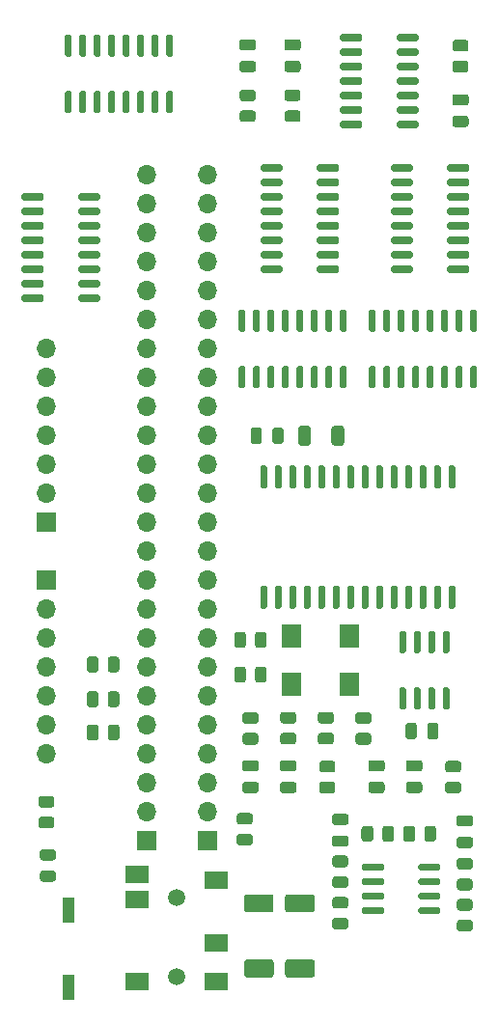
<source format=gbr>
%TF.GenerationSoftware,KiCad,Pcbnew,(5.1.10)-1*%
%TF.CreationDate,2021-06-12T16:54:01+02:00*%
%TF.ProjectId,Nes Sound Expansion,4e657320-536f-4756-9e64-20457870616e,rev?*%
%TF.SameCoordinates,Original*%
%TF.FileFunction,Soldermask,Top*%
%TF.FilePolarity,Negative*%
%FSLAX46Y46*%
G04 Gerber Fmt 4.6, Leading zero omitted, Abs format (unit mm)*
G04 Created by KiCad (PCBNEW (5.1.10)-1) date 2021-06-12 16:54:01*
%MOMM*%
%LPD*%
G01*
G04 APERTURE LIST*
%ADD10R,1.800000X2.000000*%
%ADD11O,1.700000X1.700000*%
%ADD12R,1.700000X1.700000*%
%ADD13R,1.120000X2.160000*%
%ADD14R,2.000000X1.500000*%
%ADD15C,1.500000*%
G04 APERTURE END LIST*
D10*
%TO.C,X1*%
X120523000Y-91245000D03*
X125603000Y-91245000D03*
X125603000Y-95445000D03*
X120523000Y-95445000D03*
%TD*%
%TO.C,R23*%
G36*
G01*
X124148001Y-103208500D02*
X123247999Y-103208500D01*
G75*
G02*
X122998000Y-102958501I0J249999D01*
G01*
X122998000Y-102433499D01*
G75*
G02*
X123247999Y-102183500I249999J0D01*
G01*
X124148001Y-102183500D01*
G75*
G02*
X124398000Y-102433499I0J-249999D01*
G01*
X124398000Y-102958501D01*
G75*
G02*
X124148001Y-103208500I-249999J0D01*
G01*
G37*
G36*
G01*
X124148001Y-105033500D02*
X123247999Y-105033500D01*
G75*
G02*
X122998000Y-104783501I0J249999D01*
G01*
X122998000Y-104258499D01*
G75*
G02*
X123247999Y-104008500I249999J0D01*
G01*
X124148001Y-104008500D01*
G75*
G02*
X124398000Y-104258499I0J-249999D01*
G01*
X124398000Y-104783501D01*
G75*
G02*
X124148001Y-105033500I-249999J0D01*
G01*
G37*
%TD*%
%TO.C,C9*%
G36*
G01*
X120744000Y-105021000D02*
X119794000Y-105021000D01*
G75*
G02*
X119544000Y-104771000I0J250000D01*
G01*
X119544000Y-104271000D01*
G75*
G02*
X119794000Y-104021000I250000J0D01*
G01*
X120744000Y-104021000D01*
G75*
G02*
X120994000Y-104271000I0J-250000D01*
G01*
X120994000Y-104771000D01*
G75*
G02*
X120744000Y-105021000I-250000J0D01*
G01*
G37*
G36*
G01*
X120744000Y-103121000D02*
X119794000Y-103121000D01*
G75*
G02*
X119544000Y-102871000I0J250000D01*
G01*
X119544000Y-102371000D01*
G75*
G02*
X119794000Y-102121000I250000J0D01*
G01*
X120744000Y-102121000D01*
G75*
G02*
X120994000Y-102371000I0J-250000D01*
G01*
X120994000Y-102871000D01*
G75*
G02*
X120744000Y-103121000I-250000J0D01*
G01*
G37*
%TD*%
%TO.C,R26*%
G36*
G01*
X136213001Y-115320500D02*
X135312999Y-115320500D01*
G75*
G02*
X135063000Y-115070501I0J249999D01*
G01*
X135063000Y-114545499D01*
G75*
G02*
X135312999Y-114295500I249999J0D01*
G01*
X136213001Y-114295500D01*
G75*
G02*
X136463000Y-114545499I0J-249999D01*
G01*
X136463000Y-115070501D01*
G75*
G02*
X136213001Y-115320500I-249999J0D01*
G01*
G37*
G36*
G01*
X136213001Y-117145500D02*
X135312999Y-117145500D01*
G75*
G02*
X135063000Y-116895501I0J249999D01*
G01*
X135063000Y-116370499D01*
G75*
G02*
X135312999Y-116120500I249999J0D01*
G01*
X136213001Y-116120500D01*
G75*
G02*
X136463000Y-116370499I0J-249999D01*
G01*
X136463000Y-116895501D01*
G75*
G02*
X136213001Y-117145500I-249999J0D01*
G01*
G37*
%TD*%
%TO.C,R24*%
G36*
G01*
X136213001Y-111717500D02*
X135312999Y-111717500D01*
G75*
G02*
X135063000Y-111467501I0J249999D01*
G01*
X135063000Y-110942499D01*
G75*
G02*
X135312999Y-110692500I249999J0D01*
G01*
X136213001Y-110692500D01*
G75*
G02*
X136463000Y-110942499I0J-249999D01*
G01*
X136463000Y-111467501D01*
G75*
G02*
X136213001Y-111717500I-249999J0D01*
G01*
G37*
G36*
G01*
X136213001Y-113542500D02*
X135312999Y-113542500D01*
G75*
G02*
X135063000Y-113292501I0J249999D01*
G01*
X135063000Y-112767499D01*
G75*
G02*
X135312999Y-112517500I249999J0D01*
G01*
X136213001Y-112517500D01*
G75*
G02*
X136463000Y-112767499I0J-249999D01*
G01*
X136463000Y-113292501D01*
G75*
G02*
X136213001Y-113542500I-249999J0D01*
G01*
G37*
%TD*%
%TO.C,C12*%
G36*
G01*
X136238000Y-107942000D02*
X135288000Y-107942000D01*
G75*
G02*
X135038000Y-107692000I0J250000D01*
G01*
X135038000Y-107192000D01*
G75*
G02*
X135288000Y-106942000I250000J0D01*
G01*
X136238000Y-106942000D01*
G75*
G02*
X136488000Y-107192000I0J-250000D01*
G01*
X136488000Y-107692000D01*
G75*
G02*
X136238000Y-107942000I-250000J0D01*
G01*
G37*
G36*
G01*
X136238000Y-109842000D02*
X135288000Y-109842000D01*
G75*
G02*
X135038000Y-109592000I0J250000D01*
G01*
X135038000Y-109092000D01*
G75*
G02*
X135288000Y-108842000I250000J0D01*
G01*
X136238000Y-108842000D01*
G75*
G02*
X136488000Y-109092000I0J-250000D01*
G01*
X136488000Y-109592000D01*
G75*
G02*
X136238000Y-109842000I-250000J0D01*
G01*
G37*
%TD*%
%TO.C,C2*%
G36*
G01*
X132469000Y-100043000D02*
X132469000Y-99093000D01*
G75*
G02*
X132719000Y-98843000I250000J0D01*
G01*
X133219000Y-98843000D01*
G75*
G02*
X133469000Y-99093000I0J-250000D01*
G01*
X133469000Y-100043000D01*
G75*
G02*
X133219000Y-100293000I-250000J0D01*
G01*
X132719000Y-100293000D01*
G75*
G02*
X132469000Y-100043000I0J250000D01*
G01*
G37*
G36*
G01*
X130569000Y-100043000D02*
X130569000Y-99093000D01*
G75*
G02*
X130819000Y-98843000I250000J0D01*
G01*
X131319000Y-98843000D01*
G75*
G02*
X131569000Y-99093000I0J-250000D01*
G01*
X131569000Y-100043000D01*
G75*
G02*
X131319000Y-100293000I-250000J0D01*
G01*
X130819000Y-100293000D01*
G75*
G02*
X130569000Y-100043000I0J250000D01*
G01*
G37*
%TD*%
%TO.C,C10*%
G36*
G01*
X119007000Y-119846000D02*
X119007000Y-120946000D01*
G75*
G02*
X118757000Y-121196000I-250000J0D01*
G01*
X116657000Y-121196000D01*
G75*
G02*
X116407000Y-120946000I0J250000D01*
G01*
X116407000Y-119846000D01*
G75*
G02*
X116657000Y-119596000I250000J0D01*
G01*
X118757000Y-119596000D01*
G75*
G02*
X119007000Y-119846000I0J-250000D01*
G01*
G37*
G36*
G01*
X122607000Y-119846000D02*
X122607000Y-120946000D01*
G75*
G02*
X122357000Y-121196000I-250000J0D01*
G01*
X120257000Y-121196000D01*
G75*
G02*
X120007000Y-120946000I0J250000D01*
G01*
X120007000Y-119846000D01*
G75*
G02*
X120257000Y-119596000I250000J0D01*
G01*
X122357000Y-119596000D01*
G75*
G02*
X122607000Y-119846000I0J-250000D01*
G01*
G37*
%TD*%
%TO.C,U3*%
G36*
G01*
X128675000Y-115166000D02*
X128675000Y-115466000D01*
G75*
G02*
X128525000Y-115616000I-150000J0D01*
G01*
X126875000Y-115616000D01*
G75*
G02*
X126725000Y-115466000I0J150000D01*
G01*
X126725000Y-115166000D01*
G75*
G02*
X126875000Y-115016000I150000J0D01*
G01*
X128525000Y-115016000D01*
G75*
G02*
X128675000Y-115166000I0J-150000D01*
G01*
G37*
G36*
G01*
X128675000Y-113896000D02*
X128675000Y-114196000D01*
G75*
G02*
X128525000Y-114346000I-150000J0D01*
G01*
X126875000Y-114346000D01*
G75*
G02*
X126725000Y-114196000I0J150000D01*
G01*
X126725000Y-113896000D01*
G75*
G02*
X126875000Y-113746000I150000J0D01*
G01*
X128525000Y-113746000D01*
G75*
G02*
X128675000Y-113896000I0J-150000D01*
G01*
G37*
G36*
G01*
X128675000Y-112626000D02*
X128675000Y-112926000D01*
G75*
G02*
X128525000Y-113076000I-150000J0D01*
G01*
X126875000Y-113076000D01*
G75*
G02*
X126725000Y-112926000I0J150000D01*
G01*
X126725000Y-112626000D01*
G75*
G02*
X126875000Y-112476000I150000J0D01*
G01*
X128525000Y-112476000D01*
G75*
G02*
X128675000Y-112626000I0J-150000D01*
G01*
G37*
G36*
G01*
X128675000Y-111356000D02*
X128675000Y-111656000D01*
G75*
G02*
X128525000Y-111806000I-150000J0D01*
G01*
X126875000Y-111806000D01*
G75*
G02*
X126725000Y-111656000I0J150000D01*
G01*
X126725000Y-111356000D01*
G75*
G02*
X126875000Y-111206000I150000J0D01*
G01*
X128525000Y-111206000D01*
G75*
G02*
X128675000Y-111356000I0J-150000D01*
G01*
G37*
G36*
G01*
X133625000Y-111356000D02*
X133625000Y-111656000D01*
G75*
G02*
X133475000Y-111806000I-150000J0D01*
G01*
X131825000Y-111806000D01*
G75*
G02*
X131675000Y-111656000I0J150000D01*
G01*
X131675000Y-111356000D01*
G75*
G02*
X131825000Y-111206000I150000J0D01*
G01*
X133475000Y-111206000D01*
G75*
G02*
X133625000Y-111356000I0J-150000D01*
G01*
G37*
G36*
G01*
X133625000Y-112626000D02*
X133625000Y-112926000D01*
G75*
G02*
X133475000Y-113076000I-150000J0D01*
G01*
X131825000Y-113076000D01*
G75*
G02*
X131675000Y-112926000I0J150000D01*
G01*
X131675000Y-112626000D01*
G75*
G02*
X131825000Y-112476000I150000J0D01*
G01*
X133475000Y-112476000D01*
G75*
G02*
X133625000Y-112626000I0J-150000D01*
G01*
G37*
G36*
G01*
X133625000Y-113896000D02*
X133625000Y-114196000D01*
G75*
G02*
X133475000Y-114346000I-150000J0D01*
G01*
X131825000Y-114346000D01*
G75*
G02*
X131675000Y-114196000I0J150000D01*
G01*
X131675000Y-113896000D01*
G75*
G02*
X131825000Y-113746000I150000J0D01*
G01*
X133475000Y-113746000D01*
G75*
G02*
X133625000Y-113896000I0J-150000D01*
G01*
G37*
G36*
G01*
X133625000Y-115166000D02*
X133625000Y-115466000D01*
G75*
G02*
X133475000Y-115616000I-150000J0D01*
G01*
X131825000Y-115616000D01*
G75*
G02*
X131675000Y-115466000I0J150000D01*
G01*
X131675000Y-115166000D01*
G75*
G02*
X131825000Y-115016000I150000J0D01*
G01*
X133475000Y-115016000D01*
G75*
G02*
X133625000Y-115166000I0J-150000D01*
G01*
G37*
%TD*%
%TO.C,R27*%
G36*
G01*
X125291001Y-115146500D02*
X124390999Y-115146500D01*
G75*
G02*
X124141000Y-114896501I0J249999D01*
G01*
X124141000Y-114371499D01*
G75*
G02*
X124390999Y-114121500I249999J0D01*
G01*
X125291001Y-114121500D01*
G75*
G02*
X125541000Y-114371499I0J-249999D01*
G01*
X125541000Y-114896501D01*
G75*
G02*
X125291001Y-115146500I-249999J0D01*
G01*
G37*
G36*
G01*
X125291001Y-116971500D02*
X124390999Y-116971500D01*
G75*
G02*
X124141000Y-116721501I0J249999D01*
G01*
X124141000Y-116196499D01*
G75*
G02*
X124390999Y-115946500I249999J0D01*
G01*
X125291001Y-115946500D01*
G75*
G02*
X125541000Y-116196499I0J-249999D01*
G01*
X125541000Y-116721501D01*
G75*
G02*
X125291001Y-116971500I-249999J0D01*
G01*
G37*
%TD*%
%TO.C,R25*%
G36*
G01*
X125291001Y-111510500D02*
X124390999Y-111510500D01*
G75*
G02*
X124141000Y-111260501I0J249999D01*
G01*
X124141000Y-110735499D01*
G75*
G02*
X124390999Y-110485500I249999J0D01*
G01*
X125291001Y-110485500D01*
G75*
G02*
X125541000Y-110735499I0J-249999D01*
G01*
X125541000Y-111260501D01*
G75*
G02*
X125291001Y-111510500I-249999J0D01*
G01*
G37*
G36*
G01*
X125291001Y-113335500D02*
X124390999Y-113335500D01*
G75*
G02*
X124141000Y-113085501I0J249999D01*
G01*
X124141000Y-112560499D01*
G75*
G02*
X124390999Y-112310500I249999J0D01*
G01*
X125291001Y-112310500D01*
G75*
G02*
X125541000Y-112560499I0J-249999D01*
G01*
X125541000Y-113085501D01*
G75*
G02*
X125291001Y-113335500I-249999J0D01*
G01*
G37*
%TD*%
%TO.C,R22*%
G36*
G01*
X128519500Y-109035001D02*
X128519500Y-108134999D01*
G75*
G02*
X128769499Y-107885000I249999J0D01*
G01*
X129294501Y-107885000D01*
G75*
G02*
X129544500Y-108134999I0J-249999D01*
G01*
X129544500Y-109035001D01*
G75*
G02*
X129294501Y-109285000I-249999J0D01*
G01*
X128769499Y-109285000D01*
G75*
G02*
X128519500Y-109035001I0J249999D01*
G01*
G37*
G36*
G01*
X126694500Y-109035001D02*
X126694500Y-108134999D01*
G75*
G02*
X126944499Y-107885000I249999J0D01*
G01*
X127469501Y-107885000D01*
G75*
G02*
X127719500Y-108134999I0J-249999D01*
G01*
X127719500Y-109035001D01*
G75*
G02*
X127469501Y-109285000I-249999J0D01*
G01*
X126944499Y-109285000D01*
G75*
G02*
X126694500Y-109035001I0J249999D01*
G01*
G37*
%TD*%
%TO.C,R21*%
G36*
G01*
X135197001Y-103208500D02*
X134296999Y-103208500D01*
G75*
G02*
X134047000Y-102958501I0J249999D01*
G01*
X134047000Y-102433499D01*
G75*
G02*
X134296999Y-102183500I249999J0D01*
G01*
X135197001Y-102183500D01*
G75*
G02*
X135447000Y-102433499I0J-249999D01*
G01*
X135447000Y-102958501D01*
G75*
G02*
X135197001Y-103208500I-249999J0D01*
G01*
G37*
G36*
G01*
X135197001Y-105033500D02*
X134296999Y-105033500D01*
G75*
G02*
X134047000Y-104783501I0J249999D01*
G01*
X134047000Y-104258499D01*
G75*
G02*
X134296999Y-104008500I249999J0D01*
G01*
X135197001Y-104008500D01*
G75*
G02*
X135447000Y-104258499I0J-249999D01*
G01*
X135447000Y-104783501D01*
G75*
G02*
X135197001Y-105033500I-249999J0D01*
G01*
G37*
%TD*%
%TO.C,R20*%
G36*
G01*
X132202500Y-109035001D02*
X132202500Y-108134999D01*
G75*
G02*
X132452499Y-107885000I249999J0D01*
G01*
X132977501Y-107885000D01*
G75*
G02*
X133227500Y-108134999I0J-249999D01*
G01*
X133227500Y-109035001D01*
G75*
G02*
X132977501Y-109285000I-249999J0D01*
G01*
X132452499Y-109285000D01*
G75*
G02*
X132202500Y-109035001I0J249999D01*
G01*
G37*
G36*
G01*
X130377500Y-109035001D02*
X130377500Y-108134999D01*
G75*
G02*
X130627499Y-107885000I249999J0D01*
G01*
X131152501Y-107885000D01*
G75*
G02*
X131402500Y-108134999I0J-249999D01*
G01*
X131402500Y-109035001D01*
G75*
G02*
X131152501Y-109285000I-249999J0D01*
G01*
X130627499Y-109285000D01*
G75*
G02*
X130377500Y-109035001I0J249999D01*
G01*
G37*
%TD*%
%TO.C,C13*%
G36*
G01*
X125316000Y-107815000D02*
X124366000Y-107815000D01*
G75*
G02*
X124116000Y-107565000I0J250000D01*
G01*
X124116000Y-107065000D01*
G75*
G02*
X124366000Y-106815000I250000J0D01*
G01*
X125316000Y-106815000D01*
G75*
G02*
X125566000Y-107065000I0J-250000D01*
G01*
X125566000Y-107565000D01*
G75*
G02*
X125316000Y-107815000I-250000J0D01*
G01*
G37*
G36*
G01*
X125316000Y-109715000D02*
X124366000Y-109715000D01*
G75*
G02*
X124116000Y-109465000I0J250000D01*
G01*
X124116000Y-108965000D01*
G75*
G02*
X124366000Y-108715000I250000J0D01*
G01*
X125316000Y-108715000D01*
G75*
G02*
X125566000Y-108965000I0J-250000D01*
G01*
X125566000Y-109465000D01*
G75*
G02*
X125316000Y-109715000I-250000J0D01*
G01*
G37*
%TD*%
%TO.C,C8*%
G36*
G01*
X131793000Y-103116000D02*
X130843000Y-103116000D01*
G75*
G02*
X130593000Y-102866000I0J250000D01*
G01*
X130593000Y-102366000D01*
G75*
G02*
X130843000Y-102116000I250000J0D01*
G01*
X131793000Y-102116000D01*
G75*
G02*
X132043000Y-102366000I0J-250000D01*
G01*
X132043000Y-102866000D01*
G75*
G02*
X131793000Y-103116000I-250000J0D01*
G01*
G37*
G36*
G01*
X131793000Y-105016000D02*
X130843000Y-105016000D01*
G75*
G02*
X130593000Y-104766000I0J250000D01*
G01*
X130593000Y-104266000D01*
G75*
G02*
X130843000Y-104016000I250000J0D01*
G01*
X131793000Y-104016000D01*
G75*
G02*
X132043000Y-104266000I0J-250000D01*
G01*
X132043000Y-104766000D01*
G75*
G02*
X131793000Y-105016000I-250000J0D01*
G01*
G37*
%TD*%
%TO.C,C7*%
G36*
G01*
X116492000Y-104016000D02*
X117442000Y-104016000D01*
G75*
G02*
X117692000Y-104266000I0J-250000D01*
G01*
X117692000Y-104766000D01*
G75*
G02*
X117442000Y-105016000I-250000J0D01*
G01*
X116492000Y-105016000D01*
G75*
G02*
X116242000Y-104766000I0J250000D01*
G01*
X116242000Y-104266000D01*
G75*
G02*
X116492000Y-104016000I250000J0D01*
G01*
G37*
G36*
G01*
X116492000Y-102116000D02*
X117442000Y-102116000D01*
G75*
G02*
X117692000Y-102366000I0J-250000D01*
G01*
X117692000Y-102866000D01*
G75*
G02*
X117442000Y-103116000I-250000J0D01*
G01*
X116492000Y-103116000D01*
G75*
G02*
X116242000Y-102866000I0J250000D01*
G01*
X116242000Y-102366000D01*
G75*
G02*
X116492000Y-102116000I250000J0D01*
G01*
G37*
%TD*%
%TO.C,C6*%
G36*
G01*
X127541000Y-104021000D02*
X128491000Y-104021000D01*
G75*
G02*
X128741000Y-104271000I0J-250000D01*
G01*
X128741000Y-104771000D01*
G75*
G02*
X128491000Y-105021000I-250000J0D01*
G01*
X127541000Y-105021000D01*
G75*
G02*
X127291000Y-104771000I0J250000D01*
G01*
X127291000Y-104271000D01*
G75*
G02*
X127541000Y-104021000I250000J0D01*
G01*
G37*
G36*
G01*
X127541000Y-102121000D02*
X128491000Y-102121000D01*
G75*
G02*
X128741000Y-102371000I0J-250000D01*
G01*
X128741000Y-102871000D01*
G75*
G02*
X128491000Y-103121000I-250000J0D01*
G01*
X127541000Y-103121000D01*
G75*
G02*
X127291000Y-102871000I0J250000D01*
G01*
X127291000Y-102371000D01*
G75*
G02*
X127541000Y-102121000I250000J0D01*
G01*
G37*
%TD*%
%TO.C,J7*%
G36*
G01*
X98730750Y-111820000D02*
X99643250Y-111820000D01*
G75*
G02*
X99887000Y-112063750I0J-243750D01*
G01*
X99887000Y-112551250D01*
G75*
G02*
X99643250Y-112795000I-243750J0D01*
G01*
X98730750Y-112795000D01*
G75*
G02*
X98487000Y-112551250I0J243750D01*
G01*
X98487000Y-112063750D01*
G75*
G02*
X98730750Y-111820000I243750J0D01*
G01*
G37*
G36*
G01*
X98730750Y-109945000D02*
X99643250Y-109945000D01*
G75*
G02*
X99887000Y-110188750I0J-243750D01*
G01*
X99887000Y-110676250D01*
G75*
G02*
X99643250Y-110920000I-243750J0D01*
G01*
X98730750Y-110920000D01*
G75*
G02*
X98487000Y-110676250I0J243750D01*
G01*
X98487000Y-110188750D01*
G75*
G02*
X98730750Y-109945000I243750J0D01*
G01*
G37*
%TD*%
%TO.C,R19*%
G36*
G01*
X103629000Y-93275998D02*
X103629000Y-94176002D01*
G75*
G02*
X103379002Y-94426000I-249998J0D01*
G01*
X102853998Y-94426000D01*
G75*
G02*
X102604000Y-94176002I0J249998D01*
G01*
X102604000Y-93275998D01*
G75*
G02*
X102853998Y-93026000I249998J0D01*
G01*
X103379002Y-93026000D01*
G75*
G02*
X103629000Y-93275998I0J-249998D01*
G01*
G37*
G36*
G01*
X105454000Y-93275998D02*
X105454000Y-94176002D01*
G75*
G02*
X105204002Y-94426000I-249998J0D01*
G01*
X104678998Y-94426000D01*
G75*
G02*
X104429000Y-94176002I0J249998D01*
G01*
X104429000Y-93275998D01*
G75*
G02*
X104678998Y-93026000I249998J0D01*
G01*
X105204002Y-93026000D01*
G75*
G02*
X105454000Y-93275998I0J-249998D01*
G01*
G37*
%TD*%
%TO.C,R18*%
G36*
G01*
X103629000Y-99244998D02*
X103629000Y-100145002D01*
G75*
G02*
X103379002Y-100395000I-249998J0D01*
G01*
X102853998Y-100395000D01*
G75*
G02*
X102604000Y-100145002I0J249998D01*
G01*
X102604000Y-99244998D01*
G75*
G02*
X102853998Y-98995000I249998J0D01*
G01*
X103379002Y-98995000D01*
G75*
G02*
X103629000Y-99244998I0J-249998D01*
G01*
G37*
G36*
G01*
X105454000Y-99244998D02*
X105454000Y-100145002D01*
G75*
G02*
X105204002Y-100395000I-249998J0D01*
G01*
X104678998Y-100395000D01*
G75*
G02*
X104429000Y-100145002I0J249998D01*
G01*
X104429000Y-99244998D01*
G75*
G02*
X104678998Y-98995000I249998J0D01*
G01*
X105204002Y-98995000D01*
G75*
G02*
X105454000Y-99244998I0J-249998D01*
G01*
G37*
%TD*%
%TO.C,R4*%
G36*
G01*
X103629000Y-96323998D02*
X103629000Y-97224002D01*
G75*
G02*
X103379002Y-97474000I-249998J0D01*
G01*
X102853998Y-97474000D01*
G75*
G02*
X102604000Y-97224002I0J249998D01*
G01*
X102604000Y-96323998D01*
G75*
G02*
X102853998Y-96074000I249998J0D01*
G01*
X103379002Y-96074000D01*
G75*
G02*
X103629000Y-96323998I0J-249998D01*
G01*
G37*
G36*
G01*
X105454000Y-96323998D02*
X105454000Y-97224002D01*
G75*
G02*
X105204002Y-97474000I-249998J0D01*
G01*
X104678998Y-97474000D01*
G75*
G02*
X104429000Y-97224002I0J249998D01*
G01*
X104429000Y-96323998D01*
G75*
G02*
X104678998Y-96074000I249998J0D01*
G01*
X105204002Y-96074000D01*
G75*
G02*
X105454000Y-96323998I0J-249998D01*
G01*
G37*
%TD*%
%TO.C,R17*%
G36*
G01*
X116551000Y-91116998D02*
X116551000Y-92017002D01*
G75*
G02*
X116301002Y-92267000I-249998J0D01*
G01*
X115775998Y-92267000D01*
G75*
G02*
X115526000Y-92017002I0J249998D01*
G01*
X115526000Y-91116998D01*
G75*
G02*
X115775998Y-90867000I249998J0D01*
G01*
X116301002Y-90867000D01*
G75*
G02*
X116551000Y-91116998I0J-249998D01*
G01*
G37*
G36*
G01*
X118376000Y-91116998D02*
X118376000Y-92017002D01*
G75*
G02*
X118126002Y-92267000I-249998J0D01*
G01*
X117600998Y-92267000D01*
G75*
G02*
X117351000Y-92017002I0J249998D01*
G01*
X117351000Y-91116998D01*
G75*
G02*
X117600998Y-90867000I249998J0D01*
G01*
X118126002Y-90867000D01*
G75*
G02*
X118376000Y-91116998I0J-249998D01*
G01*
G37*
%TD*%
%TO.C,R16*%
G36*
G01*
X116567000Y-94164998D02*
X116567000Y-95065002D01*
G75*
G02*
X116317002Y-95315000I-249998J0D01*
G01*
X115791998Y-95315000D01*
G75*
G02*
X115542000Y-95065002I0J249998D01*
G01*
X115542000Y-94164998D01*
G75*
G02*
X115791998Y-93915000I249998J0D01*
G01*
X116317002Y-93915000D01*
G75*
G02*
X116567000Y-94164998I0J-249998D01*
G01*
G37*
G36*
G01*
X118392000Y-94164998D02*
X118392000Y-95065002D01*
G75*
G02*
X118142002Y-95315000I-249998J0D01*
G01*
X117616998Y-95315000D01*
G75*
G02*
X117367000Y-95065002I0J249998D01*
G01*
X117367000Y-94164998D01*
G75*
G02*
X117616998Y-93915000I249998J0D01*
G01*
X118142002Y-93915000D01*
G75*
G02*
X118392000Y-94164998I0J-249998D01*
G01*
G37*
%TD*%
%TO.C,R10*%
G36*
G01*
X116909002Y-107780500D02*
X116008998Y-107780500D01*
G75*
G02*
X115759000Y-107530502I0J249998D01*
G01*
X115759000Y-107005498D01*
G75*
G02*
X116008998Y-106755500I249998J0D01*
G01*
X116909002Y-106755500D01*
G75*
G02*
X117159000Y-107005498I0J-249998D01*
G01*
X117159000Y-107530502D01*
G75*
G02*
X116909002Y-107780500I-249998J0D01*
G01*
G37*
G36*
G01*
X116909002Y-109605500D02*
X116008998Y-109605500D01*
G75*
G02*
X115759000Y-109355502I0J249998D01*
G01*
X115759000Y-108830498D01*
G75*
G02*
X116008998Y-108580500I249998J0D01*
G01*
X116909002Y-108580500D01*
G75*
G02*
X117159000Y-108830498I0J-249998D01*
G01*
X117159000Y-109355502D01*
G75*
G02*
X116909002Y-109605500I-249998J0D01*
G01*
G37*
%TD*%
%TO.C,R9*%
G36*
G01*
X99510002Y-106280000D02*
X98609998Y-106280000D01*
G75*
G02*
X98360000Y-106030002I0J249998D01*
G01*
X98360000Y-105504998D01*
G75*
G02*
X98609998Y-105255000I249998J0D01*
G01*
X99510002Y-105255000D01*
G75*
G02*
X99760000Y-105504998I0J-249998D01*
G01*
X99760000Y-106030002D01*
G75*
G02*
X99510002Y-106280000I-249998J0D01*
G01*
G37*
G36*
G01*
X99510002Y-108105000D02*
X98609998Y-108105000D01*
G75*
G02*
X98360000Y-107855002I0J249998D01*
G01*
X98360000Y-107329998D01*
G75*
G02*
X98609998Y-107080000I249998J0D01*
G01*
X99510002Y-107080000D01*
G75*
G02*
X99760000Y-107329998I0J-249998D01*
G01*
X99760000Y-107855002D01*
G75*
G02*
X99510002Y-108105000I-249998J0D01*
G01*
G37*
%TD*%
%TO.C,R8*%
G36*
G01*
X120719002Y-98914000D02*
X119818998Y-98914000D01*
G75*
G02*
X119569000Y-98664002I0J249998D01*
G01*
X119569000Y-98138998D01*
G75*
G02*
X119818998Y-97889000I249998J0D01*
G01*
X120719002Y-97889000D01*
G75*
G02*
X120969000Y-98138998I0J-249998D01*
G01*
X120969000Y-98664002D01*
G75*
G02*
X120719002Y-98914000I-249998J0D01*
G01*
G37*
G36*
G01*
X120719002Y-100739000D02*
X119818998Y-100739000D01*
G75*
G02*
X119569000Y-100489002I0J249998D01*
G01*
X119569000Y-99963998D01*
G75*
G02*
X119818998Y-99714000I249998J0D01*
G01*
X120719002Y-99714000D01*
G75*
G02*
X120969000Y-99963998I0J-249998D01*
G01*
X120969000Y-100489002D01*
G75*
G02*
X120719002Y-100739000I-249998J0D01*
G01*
G37*
%TD*%
%TO.C,R7*%
G36*
G01*
X117417002Y-98937500D02*
X116516998Y-98937500D01*
G75*
G02*
X116267000Y-98687502I0J249998D01*
G01*
X116267000Y-98162498D01*
G75*
G02*
X116516998Y-97912500I249998J0D01*
G01*
X117417002Y-97912500D01*
G75*
G02*
X117667000Y-98162498I0J-249998D01*
G01*
X117667000Y-98687502D01*
G75*
G02*
X117417002Y-98937500I-249998J0D01*
G01*
G37*
G36*
G01*
X117417002Y-100762500D02*
X116516998Y-100762500D01*
G75*
G02*
X116267000Y-100512502I0J249998D01*
G01*
X116267000Y-99987498D01*
G75*
G02*
X116516998Y-99737500I249998J0D01*
G01*
X117417002Y-99737500D01*
G75*
G02*
X117667000Y-99987498I0J-249998D01*
G01*
X117667000Y-100512502D01*
G75*
G02*
X117417002Y-100762500I-249998J0D01*
G01*
G37*
%TD*%
%TO.C,R6*%
G36*
G01*
X124021002Y-98914000D02*
X123120998Y-98914000D01*
G75*
G02*
X122871000Y-98664002I0J249998D01*
G01*
X122871000Y-98138998D01*
G75*
G02*
X123120998Y-97889000I249998J0D01*
G01*
X124021002Y-97889000D01*
G75*
G02*
X124271000Y-98138998I0J-249998D01*
G01*
X124271000Y-98664002D01*
G75*
G02*
X124021002Y-98914000I-249998J0D01*
G01*
G37*
G36*
G01*
X124021002Y-100739000D02*
X123120998Y-100739000D01*
G75*
G02*
X122871000Y-100489002I0J249998D01*
G01*
X122871000Y-99963998D01*
G75*
G02*
X123120998Y-99714000I249998J0D01*
G01*
X124021002Y-99714000D01*
G75*
G02*
X124271000Y-99963998I0J-249998D01*
G01*
X124271000Y-100489002D01*
G75*
G02*
X124021002Y-100739000I-249998J0D01*
G01*
G37*
%TD*%
%TO.C,R5*%
G36*
G01*
X127323002Y-98937500D02*
X126422998Y-98937500D01*
G75*
G02*
X126173000Y-98687502I0J249998D01*
G01*
X126173000Y-98162498D01*
G75*
G02*
X126422998Y-97912500I249998J0D01*
G01*
X127323002Y-97912500D01*
G75*
G02*
X127573000Y-98162498I0J-249998D01*
G01*
X127573000Y-98687502D01*
G75*
G02*
X127323002Y-98937500I-249998J0D01*
G01*
G37*
G36*
G01*
X127323002Y-100762500D02*
X126422998Y-100762500D01*
G75*
G02*
X126173000Y-100512502I0J249998D01*
G01*
X126173000Y-99987498D01*
G75*
G02*
X126422998Y-99737500I249998J0D01*
G01*
X127323002Y-99737500D01*
G75*
G02*
X127573000Y-99987498I0J-249998D01*
G01*
X127573000Y-100512502D01*
G75*
G02*
X127323002Y-100762500I-249998J0D01*
G01*
G37*
%TD*%
D11*
%TO.C,J3*%
X113157000Y-50800000D03*
X113157000Y-53340000D03*
X113157000Y-55880000D03*
X113157000Y-58420000D03*
X113157000Y-60960000D03*
X113157000Y-63500000D03*
X113157000Y-66040000D03*
X113157000Y-68580000D03*
X113157000Y-71120000D03*
X113157000Y-73660000D03*
X113157000Y-76200000D03*
X113157000Y-78740000D03*
X113157000Y-81280000D03*
X113157000Y-83820000D03*
X113157000Y-86360000D03*
X113157000Y-88900000D03*
X113157000Y-91440000D03*
X113157000Y-93980000D03*
X113157000Y-96520000D03*
X113157000Y-99060000D03*
X113157000Y-101600000D03*
X113157000Y-104140000D03*
X113157000Y-106680000D03*
D12*
X113157000Y-109220000D03*
%TD*%
%TO.C,R14*%
G36*
G01*
X135832002Y-39962500D02*
X134931998Y-39962500D01*
G75*
G02*
X134682000Y-39712502I0J249998D01*
G01*
X134682000Y-39187498D01*
G75*
G02*
X134931998Y-38937500I249998J0D01*
G01*
X135832002Y-38937500D01*
G75*
G02*
X136082000Y-39187498I0J-249998D01*
G01*
X136082000Y-39712502D01*
G75*
G02*
X135832002Y-39962500I-249998J0D01*
G01*
G37*
G36*
G01*
X135832002Y-41787500D02*
X134931998Y-41787500D01*
G75*
G02*
X134682000Y-41537502I0J249998D01*
G01*
X134682000Y-41012498D01*
G75*
G02*
X134931998Y-40762500I249998J0D01*
G01*
X135832002Y-40762500D01*
G75*
G02*
X136082000Y-41012498I0J-249998D01*
G01*
X136082000Y-41537502D01*
G75*
G02*
X135832002Y-41787500I-249998J0D01*
G01*
G37*
%TD*%
%TO.C,R13*%
G36*
G01*
X116262998Y-45120000D02*
X117163002Y-45120000D01*
G75*
G02*
X117413000Y-45369998I0J-249998D01*
G01*
X117413000Y-45895002D01*
G75*
G02*
X117163002Y-46145000I-249998J0D01*
G01*
X116262998Y-46145000D01*
G75*
G02*
X116013000Y-45895002I0J249998D01*
G01*
X116013000Y-45369998D01*
G75*
G02*
X116262998Y-45120000I249998J0D01*
G01*
G37*
G36*
G01*
X116262998Y-43295000D02*
X117163002Y-43295000D01*
G75*
G02*
X117413000Y-43544998I0J-249998D01*
G01*
X117413000Y-44070002D01*
G75*
G02*
X117163002Y-44320000I-249998J0D01*
G01*
X116262998Y-44320000D01*
G75*
G02*
X116013000Y-44070002I0J249998D01*
G01*
X116013000Y-43544998D01*
G75*
G02*
X116262998Y-43295000I249998J0D01*
G01*
G37*
%TD*%
%TO.C,R12*%
G36*
G01*
X120199998Y-45120000D02*
X121100002Y-45120000D01*
G75*
G02*
X121350000Y-45369998I0J-249998D01*
G01*
X121350000Y-45895002D01*
G75*
G02*
X121100002Y-46145000I-249998J0D01*
G01*
X120199998Y-46145000D01*
G75*
G02*
X119950000Y-45895002I0J249998D01*
G01*
X119950000Y-45369998D01*
G75*
G02*
X120199998Y-45120000I249998J0D01*
G01*
G37*
G36*
G01*
X120199998Y-43295000D02*
X121100002Y-43295000D01*
G75*
G02*
X121350000Y-43544998I0J-249998D01*
G01*
X121350000Y-44070002D01*
G75*
G02*
X121100002Y-44320000I-249998J0D01*
G01*
X120199998Y-44320000D01*
G75*
G02*
X119950000Y-44070002I0J249998D01*
G01*
X119950000Y-43544998D01*
G75*
G02*
X120199998Y-43295000I249998J0D01*
G01*
G37*
%TD*%
%TO.C,R15*%
G36*
G01*
X122264000Y-73034998D02*
X122264000Y-74285002D01*
G75*
G02*
X122014002Y-74535000I-249998J0D01*
G01*
X121388998Y-74535000D01*
G75*
G02*
X121139000Y-74285002I0J249998D01*
G01*
X121139000Y-73034998D01*
G75*
G02*
X121388998Y-72785000I249998J0D01*
G01*
X122014002Y-72785000D01*
G75*
G02*
X122264000Y-73034998I0J-249998D01*
G01*
G37*
G36*
G01*
X125189000Y-73034998D02*
X125189000Y-74285002D01*
G75*
G02*
X124939002Y-74535000I-249998J0D01*
G01*
X124313998Y-74535000D01*
G75*
G02*
X124064000Y-74285002I0J249998D01*
G01*
X124064000Y-73034998D01*
G75*
G02*
X124313998Y-72785000I249998J0D01*
G01*
X124939002Y-72785000D01*
G75*
G02*
X125189000Y-73034998I0J-249998D01*
G01*
G37*
%TD*%
%TO.C,U2*%
G36*
G01*
X129770000Y-38885000D02*
X129770000Y-38585000D01*
G75*
G02*
X129920000Y-38435000I150000J0D01*
G01*
X131570000Y-38435000D01*
G75*
G02*
X131720000Y-38585000I0J-150000D01*
G01*
X131720000Y-38885000D01*
G75*
G02*
X131570000Y-39035000I-150000J0D01*
G01*
X129920000Y-39035000D01*
G75*
G02*
X129770000Y-38885000I0J150000D01*
G01*
G37*
G36*
G01*
X129770000Y-40155000D02*
X129770000Y-39855000D01*
G75*
G02*
X129920000Y-39705000I150000J0D01*
G01*
X131570000Y-39705000D01*
G75*
G02*
X131720000Y-39855000I0J-150000D01*
G01*
X131720000Y-40155000D01*
G75*
G02*
X131570000Y-40305000I-150000J0D01*
G01*
X129920000Y-40305000D01*
G75*
G02*
X129770000Y-40155000I0J150000D01*
G01*
G37*
G36*
G01*
X129770000Y-41425000D02*
X129770000Y-41125000D01*
G75*
G02*
X129920000Y-40975000I150000J0D01*
G01*
X131570000Y-40975000D01*
G75*
G02*
X131720000Y-41125000I0J-150000D01*
G01*
X131720000Y-41425000D01*
G75*
G02*
X131570000Y-41575000I-150000J0D01*
G01*
X129920000Y-41575000D01*
G75*
G02*
X129770000Y-41425000I0J150000D01*
G01*
G37*
G36*
G01*
X129770000Y-42695000D02*
X129770000Y-42395000D01*
G75*
G02*
X129920000Y-42245000I150000J0D01*
G01*
X131570000Y-42245000D01*
G75*
G02*
X131720000Y-42395000I0J-150000D01*
G01*
X131720000Y-42695000D01*
G75*
G02*
X131570000Y-42845000I-150000J0D01*
G01*
X129920000Y-42845000D01*
G75*
G02*
X129770000Y-42695000I0J150000D01*
G01*
G37*
G36*
G01*
X129770000Y-43965000D02*
X129770000Y-43665000D01*
G75*
G02*
X129920000Y-43515000I150000J0D01*
G01*
X131570000Y-43515000D01*
G75*
G02*
X131720000Y-43665000I0J-150000D01*
G01*
X131720000Y-43965000D01*
G75*
G02*
X131570000Y-44115000I-150000J0D01*
G01*
X129920000Y-44115000D01*
G75*
G02*
X129770000Y-43965000I0J150000D01*
G01*
G37*
G36*
G01*
X129770000Y-45235000D02*
X129770000Y-44935000D01*
G75*
G02*
X129920000Y-44785000I150000J0D01*
G01*
X131570000Y-44785000D01*
G75*
G02*
X131720000Y-44935000I0J-150000D01*
G01*
X131720000Y-45235000D01*
G75*
G02*
X131570000Y-45385000I-150000J0D01*
G01*
X129920000Y-45385000D01*
G75*
G02*
X129770000Y-45235000I0J150000D01*
G01*
G37*
G36*
G01*
X129770000Y-46505000D02*
X129770000Y-46205000D01*
G75*
G02*
X129920000Y-46055000I150000J0D01*
G01*
X131570000Y-46055000D01*
G75*
G02*
X131720000Y-46205000I0J-150000D01*
G01*
X131720000Y-46505000D01*
G75*
G02*
X131570000Y-46655000I-150000J0D01*
G01*
X129920000Y-46655000D01*
G75*
G02*
X129770000Y-46505000I0J150000D01*
G01*
G37*
G36*
G01*
X124820000Y-46505000D02*
X124820000Y-46205000D01*
G75*
G02*
X124970000Y-46055000I150000J0D01*
G01*
X126620000Y-46055000D01*
G75*
G02*
X126770000Y-46205000I0J-150000D01*
G01*
X126770000Y-46505000D01*
G75*
G02*
X126620000Y-46655000I-150000J0D01*
G01*
X124970000Y-46655000D01*
G75*
G02*
X124820000Y-46505000I0J150000D01*
G01*
G37*
G36*
G01*
X124820000Y-45235000D02*
X124820000Y-44935000D01*
G75*
G02*
X124970000Y-44785000I150000J0D01*
G01*
X126620000Y-44785000D01*
G75*
G02*
X126770000Y-44935000I0J-150000D01*
G01*
X126770000Y-45235000D01*
G75*
G02*
X126620000Y-45385000I-150000J0D01*
G01*
X124970000Y-45385000D01*
G75*
G02*
X124820000Y-45235000I0J150000D01*
G01*
G37*
G36*
G01*
X124820000Y-43965000D02*
X124820000Y-43665000D01*
G75*
G02*
X124970000Y-43515000I150000J0D01*
G01*
X126620000Y-43515000D01*
G75*
G02*
X126770000Y-43665000I0J-150000D01*
G01*
X126770000Y-43965000D01*
G75*
G02*
X126620000Y-44115000I-150000J0D01*
G01*
X124970000Y-44115000D01*
G75*
G02*
X124820000Y-43965000I0J150000D01*
G01*
G37*
G36*
G01*
X124820000Y-42695000D02*
X124820000Y-42395000D01*
G75*
G02*
X124970000Y-42245000I150000J0D01*
G01*
X126620000Y-42245000D01*
G75*
G02*
X126770000Y-42395000I0J-150000D01*
G01*
X126770000Y-42695000D01*
G75*
G02*
X126620000Y-42845000I-150000J0D01*
G01*
X124970000Y-42845000D01*
G75*
G02*
X124820000Y-42695000I0J150000D01*
G01*
G37*
G36*
G01*
X124820000Y-41425000D02*
X124820000Y-41125000D01*
G75*
G02*
X124970000Y-40975000I150000J0D01*
G01*
X126620000Y-40975000D01*
G75*
G02*
X126770000Y-41125000I0J-150000D01*
G01*
X126770000Y-41425000D01*
G75*
G02*
X126620000Y-41575000I-150000J0D01*
G01*
X124970000Y-41575000D01*
G75*
G02*
X124820000Y-41425000I0J150000D01*
G01*
G37*
G36*
G01*
X124820000Y-40155000D02*
X124820000Y-39855000D01*
G75*
G02*
X124970000Y-39705000I150000J0D01*
G01*
X126620000Y-39705000D01*
G75*
G02*
X126770000Y-39855000I0J-150000D01*
G01*
X126770000Y-40155000D01*
G75*
G02*
X126620000Y-40305000I-150000J0D01*
G01*
X124970000Y-40305000D01*
G75*
G02*
X124820000Y-40155000I0J150000D01*
G01*
G37*
G36*
G01*
X124820000Y-38885000D02*
X124820000Y-38585000D01*
G75*
G02*
X124970000Y-38435000I150000J0D01*
G01*
X126620000Y-38435000D01*
G75*
G02*
X126770000Y-38585000I0J-150000D01*
G01*
X126770000Y-38885000D01*
G75*
G02*
X126620000Y-39035000I-150000J0D01*
G01*
X124970000Y-39035000D01*
G75*
G02*
X124820000Y-38885000I0J150000D01*
G01*
G37*
%TD*%
%TO.C,C5*%
G36*
G01*
X134907000Y-45596000D02*
X135857000Y-45596000D01*
G75*
G02*
X136107000Y-45846000I0J-250000D01*
G01*
X136107000Y-46346000D01*
G75*
G02*
X135857000Y-46596000I-250000J0D01*
G01*
X134907000Y-46596000D01*
G75*
G02*
X134657000Y-46346000I0J250000D01*
G01*
X134657000Y-45846000D01*
G75*
G02*
X134907000Y-45596000I250000J0D01*
G01*
G37*
G36*
G01*
X134907000Y-43696000D02*
X135857000Y-43696000D01*
G75*
G02*
X136107000Y-43946000I0J-250000D01*
G01*
X136107000Y-44446000D01*
G75*
G02*
X135857000Y-44696000I-250000J0D01*
G01*
X134907000Y-44696000D01*
G75*
G02*
X134657000Y-44446000I0J250000D01*
G01*
X134657000Y-43946000D01*
G75*
G02*
X134907000Y-43696000I250000J0D01*
G01*
G37*
%TD*%
%TO.C,C4*%
G36*
G01*
X116238000Y-40775000D02*
X117188000Y-40775000D01*
G75*
G02*
X117438000Y-41025000I0J-250000D01*
G01*
X117438000Y-41525000D01*
G75*
G02*
X117188000Y-41775000I-250000J0D01*
G01*
X116238000Y-41775000D01*
G75*
G02*
X115988000Y-41525000I0J250000D01*
G01*
X115988000Y-41025000D01*
G75*
G02*
X116238000Y-40775000I250000J0D01*
G01*
G37*
G36*
G01*
X116238000Y-38875000D02*
X117188000Y-38875000D01*
G75*
G02*
X117438000Y-39125000I0J-250000D01*
G01*
X117438000Y-39625000D01*
G75*
G02*
X117188000Y-39875000I-250000J0D01*
G01*
X116238000Y-39875000D01*
G75*
G02*
X115988000Y-39625000I0J250000D01*
G01*
X115988000Y-39125000D01*
G75*
G02*
X116238000Y-38875000I250000J0D01*
G01*
G37*
%TD*%
%TO.C,C3*%
G36*
G01*
X120175000Y-40775000D02*
X121125000Y-40775000D01*
G75*
G02*
X121375000Y-41025000I0J-250000D01*
G01*
X121375000Y-41525000D01*
G75*
G02*
X121125000Y-41775000I-250000J0D01*
G01*
X120175000Y-41775000D01*
G75*
G02*
X119925000Y-41525000I0J250000D01*
G01*
X119925000Y-41025000D01*
G75*
G02*
X120175000Y-40775000I250000J0D01*
G01*
G37*
G36*
G01*
X120175000Y-38875000D02*
X121125000Y-38875000D01*
G75*
G02*
X121375000Y-39125000I0J-250000D01*
G01*
X121375000Y-39625000D01*
G75*
G02*
X121125000Y-39875000I-250000J0D01*
G01*
X120175000Y-39875000D01*
G75*
G02*
X119925000Y-39625000I0J250000D01*
G01*
X119925000Y-39125000D01*
G75*
G02*
X120175000Y-38875000I250000J0D01*
G01*
G37*
%TD*%
%TO.C,C1*%
G36*
G01*
X117975000Y-73185000D02*
X117975000Y-74135000D01*
G75*
G02*
X117725000Y-74385000I-250000J0D01*
G01*
X117225000Y-74385000D01*
G75*
G02*
X116975000Y-74135000I0J250000D01*
G01*
X116975000Y-73185000D01*
G75*
G02*
X117225000Y-72935000I250000J0D01*
G01*
X117725000Y-72935000D01*
G75*
G02*
X117975000Y-73185000I0J-250000D01*
G01*
G37*
G36*
G01*
X119875000Y-73185000D02*
X119875000Y-74135000D01*
G75*
G02*
X119625000Y-74385000I-250000J0D01*
G01*
X119125000Y-74385000D01*
G75*
G02*
X118875000Y-74135000I0J250000D01*
G01*
X118875000Y-73185000D01*
G75*
G02*
X119125000Y-72935000I250000J0D01*
G01*
X119625000Y-72935000D01*
G75*
G02*
X119875000Y-73185000I0J-250000D01*
G01*
G37*
%TD*%
%TO.C,YMF288*%
G36*
G01*
X133200000Y-86810000D02*
X133500000Y-86810000D01*
G75*
G02*
X133650000Y-86960000I0J-150000D01*
G01*
X133650000Y-88710000D01*
G75*
G02*
X133500000Y-88860000I-150000J0D01*
G01*
X133200000Y-88860000D01*
G75*
G02*
X133050000Y-88710000I0J150000D01*
G01*
X133050000Y-86960000D01*
G75*
G02*
X133200000Y-86810000I150000J0D01*
G01*
G37*
G36*
G01*
X131930000Y-86810000D02*
X132230000Y-86810000D01*
G75*
G02*
X132380000Y-86960000I0J-150000D01*
G01*
X132380000Y-88710000D01*
G75*
G02*
X132230000Y-88860000I-150000J0D01*
G01*
X131930000Y-88860000D01*
G75*
G02*
X131780000Y-88710000I0J150000D01*
G01*
X131780000Y-86960000D01*
G75*
G02*
X131930000Y-86810000I150000J0D01*
G01*
G37*
G36*
G01*
X130660000Y-86810000D02*
X130960000Y-86810000D01*
G75*
G02*
X131110000Y-86960000I0J-150000D01*
G01*
X131110000Y-88710000D01*
G75*
G02*
X130960000Y-88860000I-150000J0D01*
G01*
X130660000Y-88860000D01*
G75*
G02*
X130510000Y-88710000I0J150000D01*
G01*
X130510000Y-86960000D01*
G75*
G02*
X130660000Y-86810000I150000J0D01*
G01*
G37*
G36*
G01*
X120500000Y-86810000D02*
X120800000Y-86810000D01*
G75*
G02*
X120950000Y-86960000I0J-150000D01*
G01*
X120950000Y-88710000D01*
G75*
G02*
X120800000Y-88860000I-150000J0D01*
G01*
X120500000Y-88860000D01*
G75*
G02*
X120350000Y-88710000I0J150000D01*
G01*
X120350000Y-86960000D01*
G75*
G02*
X120500000Y-86810000I150000J0D01*
G01*
G37*
G36*
G01*
X117960000Y-86810000D02*
X118260000Y-86810000D01*
G75*
G02*
X118410000Y-86960000I0J-150000D01*
G01*
X118410000Y-88710000D01*
G75*
G02*
X118260000Y-88860000I-150000J0D01*
G01*
X117960000Y-88860000D01*
G75*
G02*
X117810000Y-88710000I0J150000D01*
G01*
X117810000Y-86960000D01*
G75*
G02*
X117960000Y-86810000I150000J0D01*
G01*
G37*
G36*
G01*
X134470000Y-86810000D02*
X134770000Y-86810000D01*
G75*
G02*
X134920000Y-86960000I0J-150000D01*
G01*
X134920000Y-88710000D01*
G75*
G02*
X134770000Y-88860000I-150000J0D01*
G01*
X134470000Y-88860000D01*
G75*
G02*
X134320000Y-88710000I0J150000D01*
G01*
X134320000Y-86960000D01*
G75*
G02*
X134470000Y-86810000I150000J0D01*
G01*
G37*
G36*
G01*
X124310000Y-86810000D02*
X124610000Y-86810000D01*
G75*
G02*
X124760000Y-86960000I0J-150000D01*
G01*
X124760000Y-88710000D01*
G75*
G02*
X124610000Y-88860000I-150000J0D01*
G01*
X124310000Y-88860000D01*
G75*
G02*
X124160000Y-88710000I0J150000D01*
G01*
X124160000Y-86960000D01*
G75*
G02*
X124310000Y-86810000I150000J0D01*
G01*
G37*
G36*
G01*
X119230000Y-86810000D02*
X119530000Y-86810000D01*
G75*
G02*
X119680000Y-86960000I0J-150000D01*
G01*
X119680000Y-88710000D01*
G75*
G02*
X119530000Y-88860000I-150000J0D01*
G01*
X119230000Y-88860000D01*
G75*
G02*
X119080000Y-88710000I0J150000D01*
G01*
X119080000Y-86960000D01*
G75*
G02*
X119230000Y-86810000I150000J0D01*
G01*
G37*
G36*
G01*
X126850000Y-86810000D02*
X127150000Y-86810000D01*
G75*
G02*
X127300000Y-86960000I0J-150000D01*
G01*
X127300000Y-88710000D01*
G75*
G02*
X127150000Y-88860000I-150000J0D01*
G01*
X126850000Y-88860000D01*
G75*
G02*
X126700000Y-88710000I0J150000D01*
G01*
X126700000Y-86960000D01*
G75*
G02*
X126850000Y-86810000I150000J0D01*
G01*
G37*
G36*
G01*
X128120000Y-86810000D02*
X128420000Y-86810000D01*
G75*
G02*
X128570000Y-86960000I0J-150000D01*
G01*
X128570000Y-88710000D01*
G75*
G02*
X128420000Y-88860000I-150000J0D01*
G01*
X128120000Y-88860000D01*
G75*
G02*
X127970000Y-88710000I0J150000D01*
G01*
X127970000Y-86960000D01*
G75*
G02*
X128120000Y-86810000I150000J0D01*
G01*
G37*
G36*
G01*
X129390000Y-86810000D02*
X129690000Y-86810000D01*
G75*
G02*
X129840000Y-86960000I0J-150000D01*
G01*
X129840000Y-88710000D01*
G75*
G02*
X129690000Y-88860000I-150000J0D01*
G01*
X129390000Y-88860000D01*
G75*
G02*
X129240000Y-88710000I0J150000D01*
G01*
X129240000Y-86960000D01*
G75*
G02*
X129390000Y-86810000I150000J0D01*
G01*
G37*
G36*
G01*
X121770000Y-86810000D02*
X122070000Y-86810000D01*
G75*
G02*
X122220000Y-86960000I0J-150000D01*
G01*
X122220000Y-88710000D01*
G75*
G02*
X122070000Y-88860000I-150000J0D01*
G01*
X121770000Y-88860000D01*
G75*
G02*
X121620000Y-88710000I0J150000D01*
G01*
X121620000Y-86960000D01*
G75*
G02*
X121770000Y-86810000I150000J0D01*
G01*
G37*
G36*
G01*
X117960000Y-76240000D02*
X118260000Y-76240000D01*
G75*
G02*
X118410000Y-76390000I0J-150000D01*
G01*
X118410000Y-78140000D01*
G75*
G02*
X118260000Y-78290000I-150000J0D01*
G01*
X117960000Y-78290000D01*
G75*
G02*
X117810000Y-78140000I0J150000D01*
G01*
X117810000Y-76390000D01*
G75*
G02*
X117960000Y-76240000I150000J0D01*
G01*
G37*
G36*
G01*
X123040000Y-86810000D02*
X123340000Y-86810000D01*
G75*
G02*
X123490000Y-86960000I0J-150000D01*
G01*
X123490000Y-88710000D01*
G75*
G02*
X123340000Y-88860000I-150000J0D01*
G01*
X123040000Y-88860000D01*
G75*
G02*
X122890000Y-88710000I0J150000D01*
G01*
X122890000Y-86960000D01*
G75*
G02*
X123040000Y-86810000I150000J0D01*
G01*
G37*
G36*
G01*
X119230000Y-76240000D02*
X119530000Y-76240000D01*
G75*
G02*
X119680000Y-76390000I0J-150000D01*
G01*
X119680000Y-78140000D01*
G75*
G02*
X119530000Y-78290000I-150000J0D01*
G01*
X119230000Y-78290000D01*
G75*
G02*
X119080000Y-78140000I0J150000D01*
G01*
X119080000Y-76390000D01*
G75*
G02*
X119230000Y-76240000I150000J0D01*
G01*
G37*
G36*
G01*
X125580000Y-86810000D02*
X125880000Y-86810000D01*
G75*
G02*
X126030000Y-86960000I0J-150000D01*
G01*
X126030000Y-88710000D01*
G75*
G02*
X125880000Y-88860000I-150000J0D01*
G01*
X125580000Y-88860000D01*
G75*
G02*
X125430000Y-88710000I0J150000D01*
G01*
X125430000Y-86960000D01*
G75*
G02*
X125580000Y-86810000I150000J0D01*
G01*
G37*
G36*
G01*
X120500000Y-76240000D02*
X120800000Y-76240000D01*
G75*
G02*
X120950000Y-76390000I0J-150000D01*
G01*
X120950000Y-78140000D01*
G75*
G02*
X120800000Y-78290000I-150000J0D01*
G01*
X120500000Y-78290000D01*
G75*
G02*
X120350000Y-78140000I0J150000D01*
G01*
X120350000Y-76390000D01*
G75*
G02*
X120500000Y-76240000I150000J0D01*
G01*
G37*
G36*
G01*
X126850000Y-76240000D02*
X127150000Y-76240000D01*
G75*
G02*
X127300000Y-76390000I0J-150000D01*
G01*
X127300000Y-78140000D01*
G75*
G02*
X127150000Y-78290000I-150000J0D01*
G01*
X126850000Y-78290000D01*
G75*
G02*
X126700000Y-78140000I0J150000D01*
G01*
X126700000Y-76390000D01*
G75*
G02*
X126850000Y-76240000I150000J0D01*
G01*
G37*
G36*
G01*
X134470000Y-76240000D02*
X134770000Y-76240000D01*
G75*
G02*
X134920000Y-76390000I0J-150000D01*
G01*
X134920000Y-78140000D01*
G75*
G02*
X134770000Y-78290000I-150000J0D01*
G01*
X134470000Y-78290000D01*
G75*
G02*
X134320000Y-78140000I0J150000D01*
G01*
X134320000Y-76390000D01*
G75*
G02*
X134470000Y-76240000I150000J0D01*
G01*
G37*
G36*
G01*
X123040000Y-76240000D02*
X123340000Y-76240000D01*
G75*
G02*
X123490000Y-76390000I0J-150000D01*
G01*
X123490000Y-78140000D01*
G75*
G02*
X123340000Y-78290000I-150000J0D01*
G01*
X123040000Y-78290000D01*
G75*
G02*
X122890000Y-78140000I0J150000D01*
G01*
X122890000Y-76390000D01*
G75*
G02*
X123040000Y-76240000I150000J0D01*
G01*
G37*
G36*
G01*
X133200000Y-76240000D02*
X133500000Y-76240000D01*
G75*
G02*
X133650000Y-76390000I0J-150000D01*
G01*
X133650000Y-78140000D01*
G75*
G02*
X133500000Y-78290000I-150000J0D01*
G01*
X133200000Y-78290000D01*
G75*
G02*
X133050000Y-78140000I0J150000D01*
G01*
X133050000Y-76390000D01*
G75*
G02*
X133200000Y-76240000I150000J0D01*
G01*
G37*
G36*
G01*
X130660000Y-76240000D02*
X130960000Y-76240000D01*
G75*
G02*
X131110000Y-76390000I0J-150000D01*
G01*
X131110000Y-78140000D01*
G75*
G02*
X130960000Y-78290000I-150000J0D01*
G01*
X130660000Y-78290000D01*
G75*
G02*
X130510000Y-78140000I0J150000D01*
G01*
X130510000Y-76390000D01*
G75*
G02*
X130660000Y-76240000I150000J0D01*
G01*
G37*
G36*
G01*
X129390000Y-76240000D02*
X129690000Y-76240000D01*
G75*
G02*
X129840000Y-76390000I0J-150000D01*
G01*
X129840000Y-78140000D01*
G75*
G02*
X129690000Y-78290000I-150000J0D01*
G01*
X129390000Y-78290000D01*
G75*
G02*
X129240000Y-78140000I0J150000D01*
G01*
X129240000Y-76390000D01*
G75*
G02*
X129390000Y-76240000I150000J0D01*
G01*
G37*
G36*
G01*
X121770000Y-76240000D02*
X122070000Y-76240000D01*
G75*
G02*
X122220000Y-76390000I0J-150000D01*
G01*
X122220000Y-78140000D01*
G75*
G02*
X122070000Y-78290000I-150000J0D01*
G01*
X121770000Y-78290000D01*
G75*
G02*
X121620000Y-78140000I0J150000D01*
G01*
X121620000Y-76390000D01*
G75*
G02*
X121770000Y-76240000I150000J0D01*
G01*
G37*
G36*
G01*
X128120000Y-76240000D02*
X128420000Y-76240000D01*
G75*
G02*
X128570000Y-76390000I0J-150000D01*
G01*
X128570000Y-78140000D01*
G75*
G02*
X128420000Y-78290000I-150000J0D01*
G01*
X128120000Y-78290000D01*
G75*
G02*
X127970000Y-78140000I0J150000D01*
G01*
X127970000Y-76390000D01*
G75*
G02*
X128120000Y-76240000I150000J0D01*
G01*
G37*
G36*
G01*
X131930000Y-76240000D02*
X132230000Y-76240000D01*
G75*
G02*
X132380000Y-76390000I0J-150000D01*
G01*
X132380000Y-78140000D01*
G75*
G02*
X132230000Y-78290000I-150000J0D01*
G01*
X131930000Y-78290000D01*
G75*
G02*
X131780000Y-78140000I0J150000D01*
G01*
X131780000Y-76390000D01*
G75*
G02*
X131930000Y-76240000I150000J0D01*
G01*
G37*
G36*
G01*
X124310000Y-76240000D02*
X124610000Y-76240000D01*
G75*
G02*
X124760000Y-76390000I0J-150000D01*
G01*
X124760000Y-78140000D01*
G75*
G02*
X124610000Y-78290000I-150000J0D01*
G01*
X124310000Y-78290000D01*
G75*
G02*
X124160000Y-78140000I0J150000D01*
G01*
X124160000Y-76390000D01*
G75*
G02*
X124310000Y-76240000I150000J0D01*
G01*
G37*
G36*
G01*
X125580000Y-76240000D02*
X125880000Y-76240000D01*
G75*
G02*
X126030000Y-76390000I0J-150000D01*
G01*
X126030000Y-78140000D01*
G75*
G02*
X125880000Y-78290000I-150000J0D01*
G01*
X125580000Y-78290000D01*
G75*
G02*
X125430000Y-78140000I0J150000D01*
G01*
X125430000Y-76390000D01*
G75*
G02*
X125580000Y-76240000I150000J0D01*
G01*
G37*
%TD*%
%TO.C,BU9480F1*%
G36*
G01*
X130452000Y-92734000D02*
X130152000Y-92734000D01*
G75*
G02*
X130002000Y-92584000I0J150000D01*
G01*
X130002000Y-90934000D01*
G75*
G02*
X130152000Y-90784000I150000J0D01*
G01*
X130452000Y-90784000D01*
G75*
G02*
X130602000Y-90934000I0J-150000D01*
G01*
X130602000Y-92584000D01*
G75*
G02*
X130452000Y-92734000I-150000J0D01*
G01*
G37*
G36*
G01*
X131722000Y-92734000D02*
X131422000Y-92734000D01*
G75*
G02*
X131272000Y-92584000I0J150000D01*
G01*
X131272000Y-90934000D01*
G75*
G02*
X131422000Y-90784000I150000J0D01*
G01*
X131722000Y-90784000D01*
G75*
G02*
X131872000Y-90934000I0J-150000D01*
G01*
X131872000Y-92584000D01*
G75*
G02*
X131722000Y-92734000I-150000J0D01*
G01*
G37*
G36*
G01*
X132992000Y-92734000D02*
X132692000Y-92734000D01*
G75*
G02*
X132542000Y-92584000I0J150000D01*
G01*
X132542000Y-90934000D01*
G75*
G02*
X132692000Y-90784000I150000J0D01*
G01*
X132992000Y-90784000D01*
G75*
G02*
X133142000Y-90934000I0J-150000D01*
G01*
X133142000Y-92584000D01*
G75*
G02*
X132992000Y-92734000I-150000J0D01*
G01*
G37*
G36*
G01*
X134262000Y-92734000D02*
X133962000Y-92734000D01*
G75*
G02*
X133812000Y-92584000I0J150000D01*
G01*
X133812000Y-90934000D01*
G75*
G02*
X133962000Y-90784000I150000J0D01*
G01*
X134262000Y-90784000D01*
G75*
G02*
X134412000Y-90934000I0J-150000D01*
G01*
X134412000Y-92584000D01*
G75*
G02*
X134262000Y-92734000I-150000J0D01*
G01*
G37*
G36*
G01*
X134262000Y-97684000D02*
X133962000Y-97684000D01*
G75*
G02*
X133812000Y-97534000I0J150000D01*
G01*
X133812000Y-95884000D01*
G75*
G02*
X133962000Y-95734000I150000J0D01*
G01*
X134262000Y-95734000D01*
G75*
G02*
X134412000Y-95884000I0J-150000D01*
G01*
X134412000Y-97534000D01*
G75*
G02*
X134262000Y-97684000I-150000J0D01*
G01*
G37*
G36*
G01*
X132992000Y-97684000D02*
X132692000Y-97684000D01*
G75*
G02*
X132542000Y-97534000I0J150000D01*
G01*
X132542000Y-95884000D01*
G75*
G02*
X132692000Y-95734000I150000J0D01*
G01*
X132992000Y-95734000D01*
G75*
G02*
X133142000Y-95884000I0J-150000D01*
G01*
X133142000Y-97534000D01*
G75*
G02*
X132992000Y-97684000I-150000J0D01*
G01*
G37*
G36*
G01*
X131722000Y-97684000D02*
X131422000Y-97684000D01*
G75*
G02*
X131272000Y-97534000I0J150000D01*
G01*
X131272000Y-95884000D01*
G75*
G02*
X131422000Y-95734000I150000J0D01*
G01*
X131722000Y-95734000D01*
G75*
G02*
X131872000Y-95884000I0J-150000D01*
G01*
X131872000Y-97534000D01*
G75*
G02*
X131722000Y-97684000I-150000J0D01*
G01*
G37*
G36*
G01*
X130452000Y-97684000D02*
X130152000Y-97684000D01*
G75*
G02*
X130002000Y-97534000I0J150000D01*
G01*
X130002000Y-95884000D01*
G75*
G02*
X130152000Y-95734000I150000J0D01*
G01*
X130452000Y-95734000D01*
G75*
G02*
X130602000Y-95884000I0J-150000D01*
G01*
X130602000Y-97534000D01*
G75*
G02*
X130452000Y-97684000I-150000J0D01*
G01*
G37*
%TD*%
D13*
%TO.C,J5*%
X100965000Y-115317000D03*
X100965000Y-122047000D03*
%TD*%
%TO.C,C11*%
G36*
G01*
X118985000Y-114131000D02*
X118985000Y-115231000D01*
G75*
G02*
X118735000Y-115481000I-250000J0D01*
G01*
X116635000Y-115481000D01*
G75*
G02*
X116385000Y-115231000I0J250000D01*
G01*
X116385000Y-114131000D01*
G75*
G02*
X116635000Y-113881000I250000J0D01*
G01*
X118735000Y-113881000D01*
G75*
G02*
X118985000Y-114131000I0J-250000D01*
G01*
G37*
G36*
G01*
X122585000Y-114131000D02*
X122585000Y-115231000D01*
G75*
G02*
X122335000Y-115481000I-250000J0D01*
G01*
X120235000Y-115481000D01*
G75*
G02*
X119985000Y-115231000I0J250000D01*
G01*
X119985000Y-114131000D01*
G75*
G02*
X120235000Y-113881000I250000J0D01*
G01*
X122335000Y-113881000D01*
G75*
G02*
X122585000Y-114131000I0J-250000D01*
G01*
G37*
%TD*%
D14*
%TO.C,J6*%
X106990000Y-121540000D03*
D15*
X110490000Y-114140000D03*
X110490000Y-121140000D03*
D14*
X106990000Y-114340000D03*
X106990000Y-112140000D03*
X113990000Y-121540000D03*
X113990000Y-118140000D03*
X113990000Y-112640000D03*
%TD*%
D11*
%TO.C,J2*%
X99060000Y-66040000D03*
X99060000Y-68580000D03*
X99060000Y-71120000D03*
X99060000Y-73660000D03*
X99060000Y-76200000D03*
X99060000Y-78740000D03*
D12*
X99060000Y-81280000D03*
%TD*%
D11*
%TO.C,J1*%
X99060000Y-101600000D03*
X99060000Y-99060000D03*
X99060000Y-96520000D03*
X99060000Y-93980000D03*
X99060000Y-91440000D03*
X99060000Y-88900000D03*
D12*
X99060000Y-86360000D03*
%TD*%
%TO.C,U1*%
G36*
G01*
X101115000Y-40410000D02*
X100815000Y-40410000D01*
G75*
G02*
X100665000Y-40260000I0J150000D01*
G01*
X100665000Y-38610000D01*
G75*
G02*
X100815000Y-38460000I150000J0D01*
G01*
X101115000Y-38460000D01*
G75*
G02*
X101265000Y-38610000I0J-150000D01*
G01*
X101265000Y-40260000D01*
G75*
G02*
X101115000Y-40410000I-150000J0D01*
G01*
G37*
G36*
G01*
X102385000Y-40410000D02*
X102085000Y-40410000D01*
G75*
G02*
X101935000Y-40260000I0J150000D01*
G01*
X101935000Y-38610000D01*
G75*
G02*
X102085000Y-38460000I150000J0D01*
G01*
X102385000Y-38460000D01*
G75*
G02*
X102535000Y-38610000I0J-150000D01*
G01*
X102535000Y-40260000D01*
G75*
G02*
X102385000Y-40410000I-150000J0D01*
G01*
G37*
G36*
G01*
X103655000Y-40410000D02*
X103355000Y-40410000D01*
G75*
G02*
X103205000Y-40260000I0J150000D01*
G01*
X103205000Y-38610000D01*
G75*
G02*
X103355000Y-38460000I150000J0D01*
G01*
X103655000Y-38460000D01*
G75*
G02*
X103805000Y-38610000I0J-150000D01*
G01*
X103805000Y-40260000D01*
G75*
G02*
X103655000Y-40410000I-150000J0D01*
G01*
G37*
G36*
G01*
X104925000Y-40410000D02*
X104625000Y-40410000D01*
G75*
G02*
X104475000Y-40260000I0J150000D01*
G01*
X104475000Y-38610000D01*
G75*
G02*
X104625000Y-38460000I150000J0D01*
G01*
X104925000Y-38460000D01*
G75*
G02*
X105075000Y-38610000I0J-150000D01*
G01*
X105075000Y-40260000D01*
G75*
G02*
X104925000Y-40410000I-150000J0D01*
G01*
G37*
G36*
G01*
X106195000Y-40410000D02*
X105895000Y-40410000D01*
G75*
G02*
X105745000Y-40260000I0J150000D01*
G01*
X105745000Y-38610000D01*
G75*
G02*
X105895000Y-38460000I150000J0D01*
G01*
X106195000Y-38460000D01*
G75*
G02*
X106345000Y-38610000I0J-150000D01*
G01*
X106345000Y-40260000D01*
G75*
G02*
X106195000Y-40410000I-150000J0D01*
G01*
G37*
G36*
G01*
X107465000Y-40410000D02*
X107165000Y-40410000D01*
G75*
G02*
X107015000Y-40260000I0J150000D01*
G01*
X107015000Y-38610000D01*
G75*
G02*
X107165000Y-38460000I150000J0D01*
G01*
X107465000Y-38460000D01*
G75*
G02*
X107615000Y-38610000I0J-150000D01*
G01*
X107615000Y-40260000D01*
G75*
G02*
X107465000Y-40410000I-150000J0D01*
G01*
G37*
G36*
G01*
X108735000Y-40410000D02*
X108435000Y-40410000D01*
G75*
G02*
X108285000Y-40260000I0J150000D01*
G01*
X108285000Y-38610000D01*
G75*
G02*
X108435000Y-38460000I150000J0D01*
G01*
X108735000Y-38460000D01*
G75*
G02*
X108885000Y-38610000I0J-150000D01*
G01*
X108885000Y-40260000D01*
G75*
G02*
X108735000Y-40410000I-150000J0D01*
G01*
G37*
G36*
G01*
X110005000Y-40410000D02*
X109705000Y-40410000D01*
G75*
G02*
X109555000Y-40260000I0J150000D01*
G01*
X109555000Y-38610000D01*
G75*
G02*
X109705000Y-38460000I150000J0D01*
G01*
X110005000Y-38460000D01*
G75*
G02*
X110155000Y-38610000I0J-150000D01*
G01*
X110155000Y-40260000D01*
G75*
G02*
X110005000Y-40410000I-150000J0D01*
G01*
G37*
G36*
G01*
X110005000Y-45360000D02*
X109705000Y-45360000D01*
G75*
G02*
X109555000Y-45210000I0J150000D01*
G01*
X109555000Y-43560000D01*
G75*
G02*
X109705000Y-43410000I150000J0D01*
G01*
X110005000Y-43410000D01*
G75*
G02*
X110155000Y-43560000I0J-150000D01*
G01*
X110155000Y-45210000D01*
G75*
G02*
X110005000Y-45360000I-150000J0D01*
G01*
G37*
G36*
G01*
X108735000Y-45360000D02*
X108435000Y-45360000D01*
G75*
G02*
X108285000Y-45210000I0J150000D01*
G01*
X108285000Y-43560000D01*
G75*
G02*
X108435000Y-43410000I150000J0D01*
G01*
X108735000Y-43410000D01*
G75*
G02*
X108885000Y-43560000I0J-150000D01*
G01*
X108885000Y-45210000D01*
G75*
G02*
X108735000Y-45360000I-150000J0D01*
G01*
G37*
G36*
G01*
X107465000Y-45360000D02*
X107165000Y-45360000D01*
G75*
G02*
X107015000Y-45210000I0J150000D01*
G01*
X107015000Y-43560000D01*
G75*
G02*
X107165000Y-43410000I150000J0D01*
G01*
X107465000Y-43410000D01*
G75*
G02*
X107615000Y-43560000I0J-150000D01*
G01*
X107615000Y-45210000D01*
G75*
G02*
X107465000Y-45360000I-150000J0D01*
G01*
G37*
G36*
G01*
X106195000Y-45360000D02*
X105895000Y-45360000D01*
G75*
G02*
X105745000Y-45210000I0J150000D01*
G01*
X105745000Y-43560000D01*
G75*
G02*
X105895000Y-43410000I150000J0D01*
G01*
X106195000Y-43410000D01*
G75*
G02*
X106345000Y-43560000I0J-150000D01*
G01*
X106345000Y-45210000D01*
G75*
G02*
X106195000Y-45360000I-150000J0D01*
G01*
G37*
G36*
G01*
X104925000Y-45360000D02*
X104625000Y-45360000D01*
G75*
G02*
X104475000Y-45210000I0J150000D01*
G01*
X104475000Y-43560000D01*
G75*
G02*
X104625000Y-43410000I150000J0D01*
G01*
X104925000Y-43410000D01*
G75*
G02*
X105075000Y-43560000I0J-150000D01*
G01*
X105075000Y-45210000D01*
G75*
G02*
X104925000Y-45360000I-150000J0D01*
G01*
G37*
G36*
G01*
X103655000Y-45360000D02*
X103355000Y-45360000D01*
G75*
G02*
X103205000Y-45210000I0J150000D01*
G01*
X103205000Y-43560000D01*
G75*
G02*
X103355000Y-43410000I150000J0D01*
G01*
X103655000Y-43410000D01*
G75*
G02*
X103805000Y-43560000I0J-150000D01*
G01*
X103805000Y-45210000D01*
G75*
G02*
X103655000Y-45360000I-150000J0D01*
G01*
G37*
G36*
G01*
X102385000Y-45360000D02*
X102085000Y-45360000D01*
G75*
G02*
X101935000Y-45210000I0J150000D01*
G01*
X101935000Y-43560000D01*
G75*
G02*
X102085000Y-43410000I150000J0D01*
G01*
X102385000Y-43410000D01*
G75*
G02*
X102535000Y-43560000I0J-150000D01*
G01*
X102535000Y-45210000D01*
G75*
G02*
X102385000Y-45360000I-150000J0D01*
G01*
G37*
G36*
G01*
X101115000Y-45360000D02*
X100815000Y-45360000D01*
G75*
G02*
X100665000Y-45210000I0J150000D01*
G01*
X100665000Y-43560000D01*
G75*
G02*
X100815000Y-43410000I150000J0D01*
G01*
X101115000Y-43410000D01*
G75*
G02*
X101265000Y-43560000I0J-150000D01*
G01*
X101265000Y-45210000D01*
G75*
G02*
X101115000Y-45360000I-150000J0D01*
G01*
G37*
%TD*%
%TO.C,U10*%
G36*
G01*
X101830000Y-52855000D02*
X101830000Y-52555000D01*
G75*
G02*
X101980000Y-52405000I150000J0D01*
G01*
X103630000Y-52405000D01*
G75*
G02*
X103780000Y-52555000I0J-150000D01*
G01*
X103780000Y-52855000D01*
G75*
G02*
X103630000Y-53005000I-150000J0D01*
G01*
X101980000Y-53005000D01*
G75*
G02*
X101830000Y-52855000I0J150000D01*
G01*
G37*
G36*
G01*
X101830000Y-54125000D02*
X101830000Y-53825000D01*
G75*
G02*
X101980000Y-53675000I150000J0D01*
G01*
X103630000Y-53675000D01*
G75*
G02*
X103780000Y-53825000I0J-150000D01*
G01*
X103780000Y-54125000D01*
G75*
G02*
X103630000Y-54275000I-150000J0D01*
G01*
X101980000Y-54275000D01*
G75*
G02*
X101830000Y-54125000I0J150000D01*
G01*
G37*
G36*
G01*
X101830000Y-55395000D02*
X101830000Y-55095000D01*
G75*
G02*
X101980000Y-54945000I150000J0D01*
G01*
X103630000Y-54945000D01*
G75*
G02*
X103780000Y-55095000I0J-150000D01*
G01*
X103780000Y-55395000D01*
G75*
G02*
X103630000Y-55545000I-150000J0D01*
G01*
X101980000Y-55545000D01*
G75*
G02*
X101830000Y-55395000I0J150000D01*
G01*
G37*
G36*
G01*
X101830000Y-56665000D02*
X101830000Y-56365000D01*
G75*
G02*
X101980000Y-56215000I150000J0D01*
G01*
X103630000Y-56215000D01*
G75*
G02*
X103780000Y-56365000I0J-150000D01*
G01*
X103780000Y-56665000D01*
G75*
G02*
X103630000Y-56815000I-150000J0D01*
G01*
X101980000Y-56815000D01*
G75*
G02*
X101830000Y-56665000I0J150000D01*
G01*
G37*
G36*
G01*
X101830000Y-57935000D02*
X101830000Y-57635000D01*
G75*
G02*
X101980000Y-57485000I150000J0D01*
G01*
X103630000Y-57485000D01*
G75*
G02*
X103780000Y-57635000I0J-150000D01*
G01*
X103780000Y-57935000D01*
G75*
G02*
X103630000Y-58085000I-150000J0D01*
G01*
X101980000Y-58085000D01*
G75*
G02*
X101830000Y-57935000I0J150000D01*
G01*
G37*
G36*
G01*
X101830000Y-59205000D02*
X101830000Y-58905000D01*
G75*
G02*
X101980000Y-58755000I150000J0D01*
G01*
X103630000Y-58755000D01*
G75*
G02*
X103780000Y-58905000I0J-150000D01*
G01*
X103780000Y-59205000D01*
G75*
G02*
X103630000Y-59355000I-150000J0D01*
G01*
X101980000Y-59355000D01*
G75*
G02*
X101830000Y-59205000I0J150000D01*
G01*
G37*
G36*
G01*
X101830000Y-60475000D02*
X101830000Y-60175000D01*
G75*
G02*
X101980000Y-60025000I150000J0D01*
G01*
X103630000Y-60025000D01*
G75*
G02*
X103780000Y-60175000I0J-150000D01*
G01*
X103780000Y-60475000D01*
G75*
G02*
X103630000Y-60625000I-150000J0D01*
G01*
X101980000Y-60625000D01*
G75*
G02*
X101830000Y-60475000I0J150000D01*
G01*
G37*
G36*
G01*
X101830000Y-61745000D02*
X101830000Y-61445000D01*
G75*
G02*
X101980000Y-61295000I150000J0D01*
G01*
X103630000Y-61295000D01*
G75*
G02*
X103780000Y-61445000I0J-150000D01*
G01*
X103780000Y-61745000D01*
G75*
G02*
X103630000Y-61895000I-150000J0D01*
G01*
X101980000Y-61895000D01*
G75*
G02*
X101830000Y-61745000I0J150000D01*
G01*
G37*
G36*
G01*
X96880000Y-61745000D02*
X96880000Y-61445000D01*
G75*
G02*
X97030000Y-61295000I150000J0D01*
G01*
X98680000Y-61295000D01*
G75*
G02*
X98830000Y-61445000I0J-150000D01*
G01*
X98830000Y-61745000D01*
G75*
G02*
X98680000Y-61895000I-150000J0D01*
G01*
X97030000Y-61895000D01*
G75*
G02*
X96880000Y-61745000I0J150000D01*
G01*
G37*
G36*
G01*
X96880000Y-60475000D02*
X96880000Y-60175000D01*
G75*
G02*
X97030000Y-60025000I150000J0D01*
G01*
X98680000Y-60025000D01*
G75*
G02*
X98830000Y-60175000I0J-150000D01*
G01*
X98830000Y-60475000D01*
G75*
G02*
X98680000Y-60625000I-150000J0D01*
G01*
X97030000Y-60625000D01*
G75*
G02*
X96880000Y-60475000I0J150000D01*
G01*
G37*
G36*
G01*
X96880000Y-59205000D02*
X96880000Y-58905000D01*
G75*
G02*
X97030000Y-58755000I150000J0D01*
G01*
X98680000Y-58755000D01*
G75*
G02*
X98830000Y-58905000I0J-150000D01*
G01*
X98830000Y-59205000D01*
G75*
G02*
X98680000Y-59355000I-150000J0D01*
G01*
X97030000Y-59355000D01*
G75*
G02*
X96880000Y-59205000I0J150000D01*
G01*
G37*
G36*
G01*
X96880000Y-57935000D02*
X96880000Y-57635000D01*
G75*
G02*
X97030000Y-57485000I150000J0D01*
G01*
X98680000Y-57485000D01*
G75*
G02*
X98830000Y-57635000I0J-150000D01*
G01*
X98830000Y-57935000D01*
G75*
G02*
X98680000Y-58085000I-150000J0D01*
G01*
X97030000Y-58085000D01*
G75*
G02*
X96880000Y-57935000I0J150000D01*
G01*
G37*
G36*
G01*
X96880000Y-56665000D02*
X96880000Y-56365000D01*
G75*
G02*
X97030000Y-56215000I150000J0D01*
G01*
X98680000Y-56215000D01*
G75*
G02*
X98830000Y-56365000I0J-150000D01*
G01*
X98830000Y-56665000D01*
G75*
G02*
X98680000Y-56815000I-150000J0D01*
G01*
X97030000Y-56815000D01*
G75*
G02*
X96880000Y-56665000I0J150000D01*
G01*
G37*
G36*
G01*
X96880000Y-55395000D02*
X96880000Y-55095000D01*
G75*
G02*
X97030000Y-54945000I150000J0D01*
G01*
X98680000Y-54945000D01*
G75*
G02*
X98830000Y-55095000I0J-150000D01*
G01*
X98830000Y-55395000D01*
G75*
G02*
X98680000Y-55545000I-150000J0D01*
G01*
X97030000Y-55545000D01*
G75*
G02*
X96880000Y-55395000I0J150000D01*
G01*
G37*
G36*
G01*
X96880000Y-54125000D02*
X96880000Y-53825000D01*
G75*
G02*
X97030000Y-53675000I150000J0D01*
G01*
X98680000Y-53675000D01*
G75*
G02*
X98830000Y-53825000I0J-150000D01*
G01*
X98830000Y-54125000D01*
G75*
G02*
X98680000Y-54275000I-150000J0D01*
G01*
X97030000Y-54275000D01*
G75*
G02*
X96880000Y-54125000I0J150000D01*
G01*
G37*
G36*
G01*
X96880000Y-52855000D02*
X96880000Y-52555000D01*
G75*
G02*
X97030000Y-52405000I150000J0D01*
G01*
X98680000Y-52405000D01*
G75*
G02*
X98830000Y-52555000I0J-150000D01*
G01*
X98830000Y-52855000D01*
G75*
G02*
X98680000Y-53005000I-150000J0D01*
G01*
X97030000Y-53005000D01*
G75*
G02*
X96880000Y-52855000I0J150000D01*
G01*
G37*
%TD*%
%TO.C,U9*%
G36*
G01*
X136375000Y-67540000D02*
X136675000Y-67540000D01*
G75*
G02*
X136825000Y-67690000I0J-150000D01*
G01*
X136825000Y-69340000D01*
G75*
G02*
X136675000Y-69490000I-150000J0D01*
G01*
X136375000Y-69490000D01*
G75*
G02*
X136225000Y-69340000I0J150000D01*
G01*
X136225000Y-67690000D01*
G75*
G02*
X136375000Y-67540000I150000J0D01*
G01*
G37*
G36*
G01*
X135105000Y-67540000D02*
X135405000Y-67540000D01*
G75*
G02*
X135555000Y-67690000I0J-150000D01*
G01*
X135555000Y-69340000D01*
G75*
G02*
X135405000Y-69490000I-150000J0D01*
G01*
X135105000Y-69490000D01*
G75*
G02*
X134955000Y-69340000I0J150000D01*
G01*
X134955000Y-67690000D01*
G75*
G02*
X135105000Y-67540000I150000J0D01*
G01*
G37*
G36*
G01*
X133835000Y-67540000D02*
X134135000Y-67540000D01*
G75*
G02*
X134285000Y-67690000I0J-150000D01*
G01*
X134285000Y-69340000D01*
G75*
G02*
X134135000Y-69490000I-150000J0D01*
G01*
X133835000Y-69490000D01*
G75*
G02*
X133685000Y-69340000I0J150000D01*
G01*
X133685000Y-67690000D01*
G75*
G02*
X133835000Y-67540000I150000J0D01*
G01*
G37*
G36*
G01*
X132565000Y-67540000D02*
X132865000Y-67540000D01*
G75*
G02*
X133015000Y-67690000I0J-150000D01*
G01*
X133015000Y-69340000D01*
G75*
G02*
X132865000Y-69490000I-150000J0D01*
G01*
X132565000Y-69490000D01*
G75*
G02*
X132415000Y-69340000I0J150000D01*
G01*
X132415000Y-67690000D01*
G75*
G02*
X132565000Y-67540000I150000J0D01*
G01*
G37*
G36*
G01*
X131295000Y-67540000D02*
X131595000Y-67540000D01*
G75*
G02*
X131745000Y-67690000I0J-150000D01*
G01*
X131745000Y-69340000D01*
G75*
G02*
X131595000Y-69490000I-150000J0D01*
G01*
X131295000Y-69490000D01*
G75*
G02*
X131145000Y-69340000I0J150000D01*
G01*
X131145000Y-67690000D01*
G75*
G02*
X131295000Y-67540000I150000J0D01*
G01*
G37*
G36*
G01*
X130025000Y-67540000D02*
X130325000Y-67540000D01*
G75*
G02*
X130475000Y-67690000I0J-150000D01*
G01*
X130475000Y-69340000D01*
G75*
G02*
X130325000Y-69490000I-150000J0D01*
G01*
X130025000Y-69490000D01*
G75*
G02*
X129875000Y-69340000I0J150000D01*
G01*
X129875000Y-67690000D01*
G75*
G02*
X130025000Y-67540000I150000J0D01*
G01*
G37*
G36*
G01*
X128755000Y-67540000D02*
X129055000Y-67540000D01*
G75*
G02*
X129205000Y-67690000I0J-150000D01*
G01*
X129205000Y-69340000D01*
G75*
G02*
X129055000Y-69490000I-150000J0D01*
G01*
X128755000Y-69490000D01*
G75*
G02*
X128605000Y-69340000I0J150000D01*
G01*
X128605000Y-67690000D01*
G75*
G02*
X128755000Y-67540000I150000J0D01*
G01*
G37*
G36*
G01*
X127485000Y-67540000D02*
X127785000Y-67540000D01*
G75*
G02*
X127935000Y-67690000I0J-150000D01*
G01*
X127935000Y-69340000D01*
G75*
G02*
X127785000Y-69490000I-150000J0D01*
G01*
X127485000Y-69490000D01*
G75*
G02*
X127335000Y-69340000I0J150000D01*
G01*
X127335000Y-67690000D01*
G75*
G02*
X127485000Y-67540000I150000J0D01*
G01*
G37*
G36*
G01*
X127485000Y-62590000D02*
X127785000Y-62590000D01*
G75*
G02*
X127935000Y-62740000I0J-150000D01*
G01*
X127935000Y-64390000D01*
G75*
G02*
X127785000Y-64540000I-150000J0D01*
G01*
X127485000Y-64540000D01*
G75*
G02*
X127335000Y-64390000I0J150000D01*
G01*
X127335000Y-62740000D01*
G75*
G02*
X127485000Y-62590000I150000J0D01*
G01*
G37*
G36*
G01*
X128755000Y-62590000D02*
X129055000Y-62590000D01*
G75*
G02*
X129205000Y-62740000I0J-150000D01*
G01*
X129205000Y-64390000D01*
G75*
G02*
X129055000Y-64540000I-150000J0D01*
G01*
X128755000Y-64540000D01*
G75*
G02*
X128605000Y-64390000I0J150000D01*
G01*
X128605000Y-62740000D01*
G75*
G02*
X128755000Y-62590000I150000J0D01*
G01*
G37*
G36*
G01*
X130025000Y-62590000D02*
X130325000Y-62590000D01*
G75*
G02*
X130475000Y-62740000I0J-150000D01*
G01*
X130475000Y-64390000D01*
G75*
G02*
X130325000Y-64540000I-150000J0D01*
G01*
X130025000Y-64540000D01*
G75*
G02*
X129875000Y-64390000I0J150000D01*
G01*
X129875000Y-62740000D01*
G75*
G02*
X130025000Y-62590000I150000J0D01*
G01*
G37*
G36*
G01*
X131295000Y-62590000D02*
X131595000Y-62590000D01*
G75*
G02*
X131745000Y-62740000I0J-150000D01*
G01*
X131745000Y-64390000D01*
G75*
G02*
X131595000Y-64540000I-150000J0D01*
G01*
X131295000Y-64540000D01*
G75*
G02*
X131145000Y-64390000I0J150000D01*
G01*
X131145000Y-62740000D01*
G75*
G02*
X131295000Y-62590000I150000J0D01*
G01*
G37*
G36*
G01*
X132565000Y-62590000D02*
X132865000Y-62590000D01*
G75*
G02*
X133015000Y-62740000I0J-150000D01*
G01*
X133015000Y-64390000D01*
G75*
G02*
X132865000Y-64540000I-150000J0D01*
G01*
X132565000Y-64540000D01*
G75*
G02*
X132415000Y-64390000I0J150000D01*
G01*
X132415000Y-62740000D01*
G75*
G02*
X132565000Y-62590000I150000J0D01*
G01*
G37*
G36*
G01*
X133835000Y-62590000D02*
X134135000Y-62590000D01*
G75*
G02*
X134285000Y-62740000I0J-150000D01*
G01*
X134285000Y-64390000D01*
G75*
G02*
X134135000Y-64540000I-150000J0D01*
G01*
X133835000Y-64540000D01*
G75*
G02*
X133685000Y-64390000I0J150000D01*
G01*
X133685000Y-62740000D01*
G75*
G02*
X133835000Y-62590000I150000J0D01*
G01*
G37*
G36*
G01*
X135105000Y-62590000D02*
X135405000Y-62590000D01*
G75*
G02*
X135555000Y-62740000I0J-150000D01*
G01*
X135555000Y-64390000D01*
G75*
G02*
X135405000Y-64540000I-150000J0D01*
G01*
X135105000Y-64540000D01*
G75*
G02*
X134955000Y-64390000I0J150000D01*
G01*
X134955000Y-62740000D01*
G75*
G02*
X135105000Y-62590000I150000J0D01*
G01*
G37*
G36*
G01*
X136375000Y-62590000D02*
X136675000Y-62590000D01*
G75*
G02*
X136825000Y-62740000I0J-150000D01*
G01*
X136825000Y-64390000D01*
G75*
G02*
X136675000Y-64540000I-150000J0D01*
G01*
X136375000Y-64540000D01*
G75*
G02*
X136225000Y-64390000I0J150000D01*
G01*
X136225000Y-62740000D01*
G75*
G02*
X136375000Y-62590000I150000J0D01*
G01*
G37*
%TD*%
%TO.C,U8*%
G36*
G01*
X124945000Y-67540000D02*
X125245000Y-67540000D01*
G75*
G02*
X125395000Y-67690000I0J-150000D01*
G01*
X125395000Y-69340000D01*
G75*
G02*
X125245000Y-69490000I-150000J0D01*
G01*
X124945000Y-69490000D01*
G75*
G02*
X124795000Y-69340000I0J150000D01*
G01*
X124795000Y-67690000D01*
G75*
G02*
X124945000Y-67540000I150000J0D01*
G01*
G37*
G36*
G01*
X123675000Y-67540000D02*
X123975000Y-67540000D01*
G75*
G02*
X124125000Y-67690000I0J-150000D01*
G01*
X124125000Y-69340000D01*
G75*
G02*
X123975000Y-69490000I-150000J0D01*
G01*
X123675000Y-69490000D01*
G75*
G02*
X123525000Y-69340000I0J150000D01*
G01*
X123525000Y-67690000D01*
G75*
G02*
X123675000Y-67540000I150000J0D01*
G01*
G37*
G36*
G01*
X122405000Y-67540000D02*
X122705000Y-67540000D01*
G75*
G02*
X122855000Y-67690000I0J-150000D01*
G01*
X122855000Y-69340000D01*
G75*
G02*
X122705000Y-69490000I-150000J0D01*
G01*
X122405000Y-69490000D01*
G75*
G02*
X122255000Y-69340000I0J150000D01*
G01*
X122255000Y-67690000D01*
G75*
G02*
X122405000Y-67540000I150000J0D01*
G01*
G37*
G36*
G01*
X121135000Y-67540000D02*
X121435000Y-67540000D01*
G75*
G02*
X121585000Y-67690000I0J-150000D01*
G01*
X121585000Y-69340000D01*
G75*
G02*
X121435000Y-69490000I-150000J0D01*
G01*
X121135000Y-69490000D01*
G75*
G02*
X120985000Y-69340000I0J150000D01*
G01*
X120985000Y-67690000D01*
G75*
G02*
X121135000Y-67540000I150000J0D01*
G01*
G37*
G36*
G01*
X119865000Y-67540000D02*
X120165000Y-67540000D01*
G75*
G02*
X120315000Y-67690000I0J-150000D01*
G01*
X120315000Y-69340000D01*
G75*
G02*
X120165000Y-69490000I-150000J0D01*
G01*
X119865000Y-69490000D01*
G75*
G02*
X119715000Y-69340000I0J150000D01*
G01*
X119715000Y-67690000D01*
G75*
G02*
X119865000Y-67540000I150000J0D01*
G01*
G37*
G36*
G01*
X118595000Y-67540000D02*
X118895000Y-67540000D01*
G75*
G02*
X119045000Y-67690000I0J-150000D01*
G01*
X119045000Y-69340000D01*
G75*
G02*
X118895000Y-69490000I-150000J0D01*
G01*
X118595000Y-69490000D01*
G75*
G02*
X118445000Y-69340000I0J150000D01*
G01*
X118445000Y-67690000D01*
G75*
G02*
X118595000Y-67540000I150000J0D01*
G01*
G37*
G36*
G01*
X117325000Y-67540000D02*
X117625000Y-67540000D01*
G75*
G02*
X117775000Y-67690000I0J-150000D01*
G01*
X117775000Y-69340000D01*
G75*
G02*
X117625000Y-69490000I-150000J0D01*
G01*
X117325000Y-69490000D01*
G75*
G02*
X117175000Y-69340000I0J150000D01*
G01*
X117175000Y-67690000D01*
G75*
G02*
X117325000Y-67540000I150000J0D01*
G01*
G37*
G36*
G01*
X116055000Y-67540000D02*
X116355000Y-67540000D01*
G75*
G02*
X116505000Y-67690000I0J-150000D01*
G01*
X116505000Y-69340000D01*
G75*
G02*
X116355000Y-69490000I-150000J0D01*
G01*
X116055000Y-69490000D01*
G75*
G02*
X115905000Y-69340000I0J150000D01*
G01*
X115905000Y-67690000D01*
G75*
G02*
X116055000Y-67540000I150000J0D01*
G01*
G37*
G36*
G01*
X116055000Y-62590000D02*
X116355000Y-62590000D01*
G75*
G02*
X116505000Y-62740000I0J-150000D01*
G01*
X116505000Y-64390000D01*
G75*
G02*
X116355000Y-64540000I-150000J0D01*
G01*
X116055000Y-64540000D01*
G75*
G02*
X115905000Y-64390000I0J150000D01*
G01*
X115905000Y-62740000D01*
G75*
G02*
X116055000Y-62590000I150000J0D01*
G01*
G37*
G36*
G01*
X117325000Y-62590000D02*
X117625000Y-62590000D01*
G75*
G02*
X117775000Y-62740000I0J-150000D01*
G01*
X117775000Y-64390000D01*
G75*
G02*
X117625000Y-64540000I-150000J0D01*
G01*
X117325000Y-64540000D01*
G75*
G02*
X117175000Y-64390000I0J150000D01*
G01*
X117175000Y-62740000D01*
G75*
G02*
X117325000Y-62590000I150000J0D01*
G01*
G37*
G36*
G01*
X118595000Y-62590000D02*
X118895000Y-62590000D01*
G75*
G02*
X119045000Y-62740000I0J-150000D01*
G01*
X119045000Y-64390000D01*
G75*
G02*
X118895000Y-64540000I-150000J0D01*
G01*
X118595000Y-64540000D01*
G75*
G02*
X118445000Y-64390000I0J150000D01*
G01*
X118445000Y-62740000D01*
G75*
G02*
X118595000Y-62590000I150000J0D01*
G01*
G37*
G36*
G01*
X119865000Y-62590000D02*
X120165000Y-62590000D01*
G75*
G02*
X120315000Y-62740000I0J-150000D01*
G01*
X120315000Y-64390000D01*
G75*
G02*
X120165000Y-64540000I-150000J0D01*
G01*
X119865000Y-64540000D01*
G75*
G02*
X119715000Y-64390000I0J150000D01*
G01*
X119715000Y-62740000D01*
G75*
G02*
X119865000Y-62590000I150000J0D01*
G01*
G37*
G36*
G01*
X121135000Y-62590000D02*
X121435000Y-62590000D01*
G75*
G02*
X121585000Y-62740000I0J-150000D01*
G01*
X121585000Y-64390000D01*
G75*
G02*
X121435000Y-64540000I-150000J0D01*
G01*
X121135000Y-64540000D01*
G75*
G02*
X120985000Y-64390000I0J150000D01*
G01*
X120985000Y-62740000D01*
G75*
G02*
X121135000Y-62590000I150000J0D01*
G01*
G37*
G36*
G01*
X122405000Y-62590000D02*
X122705000Y-62590000D01*
G75*
G02*
X122855000Y-62740000I0J-150000D01*
G01*
X122855000Y-64390000D01*
G75*
G02*
X122705000Y-64540000I-150000J0D01*
G01*
X122405000Y-64540000D01*
G75*
G02*
X122255000Y-64390000I0J150000D01*
G01*
X122255000Y-62740000D01*
G75*
G02*
X122405000Y-62590000I150000J0D01*
G01*
G37*
G36*
G01*
X123675000Y-62590000D02*
X123975000Y-62590000D01*
G75*
G02*
X124125000Y-62740000I0J-150000D01*
G01*
X124125000Y-64390000D01*
G75*
G02*
X123975000Y-64540000I-150000J0D01*
G01*
X123675000Y-64540000D01*
G75*
G02*
X123525000Y-64390000I0J150000D01*
G01*
X123525000Y-62740000D01*
G75*
G02*
X123675000Y-62590000I150000J0D01*
G01*
G37*
G36*
G01*
X124945000Y-62590000D02*
X125245000Y-62590000D01*
G75*
G02*
X125395000Y-62740000I0J-150000D01*
G01*
X125395000Y-64390000D01*
G75*
G02*
X125245000Y-64540000I-150000J0D01*
G01*
X124945000Y-64540000D01*
G75*
G02*
X124795000Y-64390000I0J150000D01*
G01*
X124795000Y-62740000D01*
G75*
G02*
X124945000Y-62590000I150000J0D01*
G01*
G37*
%TD*%
%TO.C,U7*%
G36*
G01*
X122785000Y-50315000D02*
X122785000Y-50015000D01*
G75*
G02*
X122935000Y-49865000I150000J0D01*
G01*
X124585000Y-49865000D01*
G75*
G02*
X124735000Y-50015000I0J-150000D01*
G01*
X124735000Y-50315000D01*
G75*
G02*
X124585000Y-50465000I-150000J0D01*
G01*
X122935000Y-50465000D01*
G75*
G02*
X122785000Y-50315000I0J150000D01*
G01*
G37*
G36*
G01*
X122785000Y-51585000D02*
X122785000Y-51285000D01*
G75*
G02*
X122935000Y-51135000I150000J0D01*
G01*
X124585000Y-51135000D01*
G75*
G02*
X124735000Y-51285000I0J-150000D01*
G01*
X124735000Y-51585000D01*
G75*
G02*
X124585000Y-51735000I-150000J0D01*
G01*
X122935000Y-51735000D01*
G75*
G02*
X122785000Y-51585000I0J150000D01*
G01*
G37*
G36*
G01*
X122785000Y-52855000D02*
X122785000Y-52555000D01*
G75*
G02*
X122935000Y-52405000I150000J0D01*
G01*
X124585000Y-52405000D01*
G75*
G02*
X124735000Y-52555000I0J-150000D01*
G01*
X124735000Y-52855000D01*
G75*
G02*
X124585000Y-53005000I-150000J0D01*
G01*
X122935000Y-53005000D01*
G75*
G02*
X122785000Y-52855000I0J150000D01*
G01*
G37*
G36*
G01*
X122785000Y-54125000D02*
X122785000Y-53825000D01*
G75*
G02*
X122935000Y-53675000I150000J0D01*
G01*
X124585000Y-53675000D01*
G75*
G02*
X124735000Y-53825000I0J-150000D01*
G01*
X124735000Y-54125000D01*
G75*
G02*
X124585000Y-54275000I-150000J0D01*
G01*
X122935000Y-54275000D01*
G75*
G02*
X122785000Y-54125000I0J150000D01*
G01*
G37*
G36*
G01*
X122785000Y-55395000D02*
X122785000Y-55095000D01*
G75*
G02*
X122935000Y-54945000I150000J0D01*
G01*
X124585000Y-54945000D01*
G75*
G02*
X124735000Y-55095000I0J-150000D01*
G01*
X124735000Y-55395000D01*
G75*
G02*
X124585000Y-55545000I-150000J0D01*
G01*
X122935000Y-55545000D01*
G75*
G02*
X122785000Y-55395000I0J150000D01*
G01*
G37*
G36*
G01*
X122785000Y-56665000D02*
X122785000Y-56365000D01*
G75*
G02*
X122935000Y-56215000I150000J0D01*
G01*
X124585000Y-56215000D01*
G75*
G02*
X124735000Y-56365000I0J-150000D01*
G01*
X124735000Y-56665000D01*
G75*
G02*
X124585000Y-56815000I-150000J0D01*
G01*
X122935000Y-56815000D01*
G75*
G02*
X122785000Y-56665000I0J150000D01*
G01*
G37*
G36*
G01*
X122785000Y-57935000D02*
X122785000Y-57635000D01*
G75*
G02*
X122935000Y-57485000I150000J0D01*
G01*
X124585000Y-57485000D01*
G75*
G02*
X124735000Y-57635000I0J-150000D01*
G01*
X124735000Y-57935000D01*
G75*
G02*
X124585000Y-58085000I-150000J0D01*
G01*
X122935000Y-58085000D01*
G75*
G02*
X122785000Y-57935000I0J150000D01*
G01*
G37*
G36*
G01*
X122785000Y-59205000D02*
X122785000Y-58905000D01*
G75*
G02*
X122935000Y-58755000I150000J0D01*
G01*
X124585000Y-58755000D01*
G75*
G02*
X124735000Y-58905000I0J-150000D01*
G01*
X124735000Y-59205000D01*
G75*
G02*
X124585000Y-59355000I-150000J0D01*
G01*
X122935000Y-59355000D01*
G75*
G02*
X122785000Y-59205000I0J150000D01*
G01*
G37*
G36*
G01*
X117835000Y-59205000D02*
X117835000Y-58905000D01*
G75*
G02*
X117985000Y-58755000I150000J0D01*
G01*
X119635000Y-58755000D01*
G75*
G02*
X119785000Y-58905000I0J-150000D01*
G01*
X119785000Y-59205000D01*
G75*
G02*
X119635000Y-59355000I-150000J0D01*
G01*
X117985000Y-59355000D01*
G75*
G02*
X117835000Y-59205000I0J150000D01*
G01*
G37*
G36*
G01*
X117835000Y-57935000D02*
X117835000Y-57635000D01*
G75*
G02*
X117985000Y-57485000I150000J0D01*
G01*
X119635000Y-57485000D01*
G75*
G02*
X119785000Y-57635000I0J-150000D01*
G01*
X119785000Y-57935000D01*
G75*
G02*
X119635000Y-58085000I-150000J0D01*
G01*
X117985000Y-58085000D01*
G75*
G02*
X117835000Y-57935000I0J150000D01*
G01*
G37*
G36*
G01*
X117835000Y-56665000D02*
X117835000Y-56365000D01*
G75*
G02*
X117985000Y-56215000I150000J0D01*
G01*
X119635000Y-56215000D01*
G75*
G02*
X119785000Y-56365000I0J-150000D01*
G01*
X119785000Y-56665000D01*
G75*
G02*
X119635000Y-56815000I-150000J0D01*
G01*
X117985000Y-56815000D01*
G75*
G02*
X117835000Y-56665000I0J150000D01*
G01*
G37*
G36*
G01*
X117835000Y-55395000D02*
X117835000Y-55095000D01*
G75*
G02*
X117985000Y-54945000I150000J0D01*
G01*
X119635000Y-54945000D01*
G75*
G02*
X119785000Y-55095000I0J-150000D01*
G01*
X119785000Y-55395000D01*
G75*
G02*
X119635000Y-55545000I-150000J0D01*
G01*
X117985000Y-55545000D01*
G75*
G02*
X117835000Y-55395000I0J150000D01*
G01*
G37*
G36*
G01*
X117835000Y-54125000D02*
X117835000Y-53825000D01*
G75*
G02*
X117985000Y-53675000I150000J0D01*
G01*
X119635000Y-53675000D01*
G75*
G02*
X119785000Y-53825000I0J-150000D01*
G01*
X119785000Y-54125000D01*
G75*
G02*
X119635000Y-54275000I-150000J0D01*
G01*
X117985000Y-54275000D01*
G75*
G02*
X117835000Y-54125000I0J150000D01*
G01*
G37*
G36*
G01*
X117835000Y-52855000D02*
X117835000Y-52555000D01*
G75*
G02*
X117985000Y-52405000I150000J0D01*
G01*
X119635000Y-52405000D01*
G75*
G02*
X119785000Y-52555000I0J-150000D01*
G01*
X119785000Y-52855000D01*
G75*
G02*
X119635000Y-53005000I-150000J0D01*
G01*
X117985000Y-53005000D01*
G75*
G02*
X117835000Y-52855000I0J150000D01*
G01*
G37*
G36*
G01*
X117835000Y-51585000D02*
X117835000Y-51285000D01*
G75*
G02*
X117985000Y-51135000I150000J0D01*
G01*
X119635000Y-51135000D01*
G75*
G02*
X119785000Y-51285000I0J-150000D01*
G01*
X119785000Y-51585000D01*
G75*
G02*
X119635000Y-51735000I-150000J0D01*
G01*
X117985000Y-51735000D01*
G75*
G02*
X117835000Y-51585000I0J150000D01*
G01*
G37*
G36*
G01*
X117835000Y-50315000D02*
X117835000Y-50015000D01*
G75*
G02*
X117985000Y-49865000I150000J0D01*
G01*
X119635000Y-49865000D01*
G75*
G02*
X119785000Y-50015000I0J-150000D01*
G01*
X119785000Y-50315000D01*
G75*
G02*
X119635000Y-50465000I-150000J0D01*
G01*
X117985000Y-50465000D01*
G75*
G02*
X117835000Y-50315000I0J150000D01*
G01*
G37*
%TD*%
%TO.C,U6*%
G36*
G01*
X134215000Y-50315000D02*
X134215000Y-50015000D01*
G75*
G02*
X134365000Y-49865000I150000J0D01*
G01*
X136015000Y-49865000D01*
G75*
G02*
X136165000Y-50015000I0J-150000D01*
G01*
X136165000Y-50315000D01*
G75*
G02*
X136015000Y-50465000I-150000J0D01*
G01*
X134365000Y-50465000D01*
G75*
G02*
X134215000Y-50315000I0J150000D01*
G01*
G37*
G36*
G01*
X134215000Y-51585000D02*
X134215000Y-51285000D01*
G75*
G02*
X134365000Y-51135000I150000J0D01*
G01*
X136015000Y-51135000D01*
G75*
G02*
X136165000Y-51285000I0J-150000D01*
G01*
X136165000Y-51585000D01*
G75*
G02*
X136015000Y-51735000I-150000J0D01*
G01*
X134365000Y-51735000D01*
G75*
G02*
X134215000Y-51585000I0J150000D01*
G01*
G37*
G36*
G01*
X134215000Y-52855000D02*
X134215000Y-52555000D01*
G75*
G02*
X134365000Y-52405000I150000J0D01*
G01*
X136015000Y-52405000D01*
G75*
G02*
X136165000Y-52555000I0J-150000D01*
G01*
X136165000Y-52855000D01*
G75*
G02*
X136015000Y-53005000I-150000J0D01*
G01*
X134365000Y-53005000D01*
G75*
G02*
X134215000Y-52855000I0J150000D01*
G01*
G37*
G36*
G01*
X134215000Y-54125000D02*
X134215000Y-53825000D01*
G75*
G02*
X134365000Y-53675000I150000J0D01*
G01*
X136015000Y-53675000D01*
G75*
G02*
X136165000Y-53825000I0J-150000D01*
G01*
X136165000Y-54125000D01*
G75*
G02*
X136015000Y-54275000I-150000J0D01*
G01*
X134365000Y-54275000D01*
G75*
G02*
X134215000Y-54125000I0J150000D01*
G01*
G37*
G36*
G01*
X134215000Y-55395000D02*
X134215000Y-55095000D01*
G75*
G02*
X134365000Y-54945000I150000J0D01*
G01*
X136015000Y-54945000D01*
G75*
G02*
X136165000Y-55095000I0J-150000D01*
G01*
X136165000Y-55395000D01*
G75*
G02*
X136015000Y-55545000I-150000J0D01*
G01*
X134365000Y-55545000D01*
G75*
G02*
X134215000Y-55395000I0J150000D01*
G01*
G37*
G36*
G01*
X134215000Y-56665000D02*
X134215000Y-56365000D01*
G75*
G02*
X134365000Y-56215000I150000J0D01*
G01*
X136015000Y-56215000D01*
G75*
G02*
X136165000Y-56365000I0J-150000D01*
G01*
X136165000Y-56665000D01*
G75*
G02*
X136015000Y-56815000I-150000J0D01*
G01*
X134365000Y-56815000D01*
G75*
G02*
X134215000Y-56665000I0J150000D01*
G01*
G37*
G36*
G01*
X134215000Y-57935000D02*
X134215000Y-57635000D01*
G75*
G02*
X134365000Y-57485000I150000J0D01*
G01*
X136015000Y-57485000D01*
G75*
G02*
X136165000Y-57635000I0J-150000D01*
G01*
X136165000Y-57935000D01*
G75*
G02*
X136015000Y-58085000I-150000J0D01*
G01*
X134365000Y-58085000D01*
G75*
G02*
X134215000Y-57935000I0J150000D01*
G01*
G37*
G36*
G01*
X134215000Y-59205000D02*
X134215000Y-58905000D01*
G75*
G02*
X134365000Y-58755000I150000J0D01*
G01*
X136015000Y-58755000D01*
G75*
G02*
X136165000Y-58905000I0J-150000D01*
G01*
X136165000Y-59205000D01*
G75*
G02*
X136015000Y-59355000I-150000J0D01*
G01*
X134365000Y-59355000D01*
G75*
G02*
X134215000Y-59205000I0J150000D01*
G01*
G37*
G36*
G01*
X129265000Y-59205000D02*
X129265000Y-58905000D01*
G75*
G02*
X129415000Y-58755000I150000J0D01*
G01*
X131065000Y-58755000D01*
G75*
G02*
X131215000Y-58905000I0J-150000D01*
G01*
X131215000Y-59205000D01*
G75*
G02*
X131065000Y-59355000I-150000J0D01*
G01*
X129415000Y-59355000D01*
G75*
G02*
X129265000Y-59205000I0J150000D01*
G01*
G37*
G36*
G01*
X129265000Y-57935000D02*
X129265000Y-57635000D01*
G75*
G02*
X129415000Y-57485000I150000J0D01*
G01*
X131065000Y-57485000D01*
G75*
G02*
X131215000Y-57635000I0J-150000D01*
G01*
X131215000Y-57935000D01*
G75*
G02*
X131065000Y-58085000I-150000J0D01*
G01*
X129415000Y-58085000D01*
G75*
G02*
X129265000Y-57935000I0J150000D01*
G01*
G37*
G36*
G01*
X129265000Y-56665000D02*
X129265000Y-56365000D01*
G75*
G02*
X129415000Y-56215000I150000J0D01*
G01*
X131065000Y-56215000D01*
G75*
G02*
X131215000Y-56365000I0J-150000D01*
G01*
X131215000Y-56665000D01*
G75*
G02*
X131065000Y-56815000I-150000J0D01*
G01*
X129415000Y-56815000D01*
G75*
G02*
X129265000Y-56665000I0J150000D01*
G01*
G37*
G36*
G01*
X129265000Y-55395000D02*
X129265000Y-55095000D01*
G75*
G02*
X129415000Y-54945000I150000J0D01*
G01*
X131065000Y-54945000D01*
G75*
G02*
X131215000Y-55095000I0J-150000D01*
G01*
X131215000Y-55395000D01*
G75*
G02*
X131065000Y-55545000I-150000J0D01*
G01*
X129415000Y-55545000D01*
G75*
G02*
X129265000Y-55395000I0J150000D01*
G01*
G37*
G36*
G01*
X129265000Y-54125000D02*
X129265000Y-53825000D01*
G75*
G02*
X129415000Y-53675000I150000J0D01*
G01*
X131065000Y-53675000D01*
G75*
G02*
X131215000Y-53825000I0J-150000D01*
G01*
X131215000Y-54125000D01*
G75*
G02*
X131065000Y-54275000I-150000J0D01*
G01*
X129415000Y-54275000D01*
G75*
G02*
X129265000Y-54125000I0J150000D01*
G01*
G37*
G36*
G01*
X129265000Y-52855000D02*
X129265000Y-52555000D01*
G75*
G02*
X129415000Y-52405000I150000J0D01*
G01*
X131065000Y-52405000D01*
G75*
G02*
X131215000Y-52555000I0J-150000D01*
G01*
X131215000Y-52855000D01*
G75*
G02*
X131065000Y-53005000I-150000J0D01*
G01*
X129415000Y-53005000D01*
G75*
G02*
X129265000Y-52855000I0J150000D01*
G01*
G37*
G36*
G01*
X129265000Y-51585000D02*
X129265000Y-51285000D01*
G75*
G02*
X129415000Y-51135000I150000J0D01*
G01*
X131065000Y-51135000D01*
G75*
G02*
X131215000Y-51285000I0J-150000D01*
G01*
X131215000Y-51585000D01*
G75*
G02*
X131065000Y-51735000I-150000J0D01*
G01*
X129415000Y-51735000D01*
G75*
G02*
X129265000Y-51585000I0J150000D01*
G01*
G37*
G36*
G01*
X129265000Y-50315000D02*
X129265000Y-50015000D01*
G75*
G02*
X129415000Y-49865000I150000J0D01*
G01*
X131065000Y-49865000D01*
G75*
G02*
X131215000Y-50015000I0J-150000D01*
G01*
X131215000Y-50315000D01*
G75*
G02*
X131065000Y-50465000I-150000J0D01*
G01*
X129415000Y-50465000D01*
G75*
G02*
X129265000Y-50315000I0J150000D01*
G01*
G37*
%TD*%
%TO.C,J4*%
X107823000Y-109220000D03*
D11*
X107823000Y-106680000D03*
X107823000Y-104140000D03*
X107823000Y-101600000D03*
X107823000Y-99060000D03*
X107823000Y-96520000D03*
X107823000Y-93980000D03*
X107823000Y-91440000D03*
X107823000Y-88900000D03*
X107823000Y-86360000D03*
X107823000Y-83820000D03*
X107823000Y-81280000D03*
X107823000Y-78740000D03*
X107823000Y-76200000D03*
X107823000Y-73660000D03*
X107823000Y-71120000D03*
X107823000Y-68580000D03*
X107823000Y-66040000D03*
X107823000Y-63500000D03*
X107823000Y-60960000D03*
X107823000Y-58420000D03*
X107823000Y-55880000D03*
X107823000Y-53340000D03*
X107823000Y-50800000D03*
%TD*%
M02*

</source>
